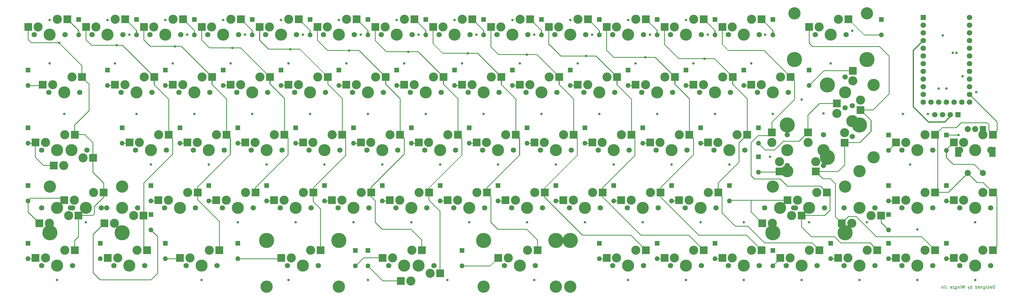
<source format=gbr>
%TF.GenerationSoftware,KiCad,Pcbnew,(6.0.1)*%
%TF.CreationDate,2022-05-17T01:17:27-04:00*%
%TF.ProjectId,GanJing 65 rev 2 hotswap exposed traces,47616e4a-696e-4672-9036-352072657620,2*%
%TF.SameCoordinates,Original*%
%TF.FileFunction,Soldermask,Bot*%
%TF.FilePolarity,Negative*%
%FSLAX46Y46*%
G04 Gerber Fmt 4.6, Leading zero omitted, Abs format (unit mm)*
G04 Created by KiCad (PCBNEW (6.0.1)) date 2022-05-17 01:17:27*
%MOMM*%
%LPD*%
G01*
G04 APERTURE LIST*
%ADD10C,0.150000*%
%ADD11R,1.800000X1.800000*%
%ADD12C,1.800000*%
%ADD13R,1.600000X1.600000*%
%ADD14O,1.600000X1.600000*%
%ADD15C,3.987800*%
%ADD16C,1.750000*%
%ADD17C,3.000000*%
%ADD18R,2.550000X2.500000*%
%ADD19C,5.000000*%
%ADD20C,4.050000*%
%ADD21R,2.500000X2.550000*%
%ADD22R,2.000000X3.200000*%
%ADD23R,2.000000X2.000000*%
%ADD24C,2.000000*%
%ADD25C,2.250000*%
%ADD26C,0.800000*%
G04 APERTURE END LIST*
D10*
X370664285Y-188571130D02*
X370664285Y-187571130D01*
X370426190Y-187571130D01*
X370283333Y-187618750D01*
X370188095Y-187713988D01*
X370140476Y-187809226D01*
X370092857Y-187999702D01*
X370092857Y-188142559D01*
X370140476Y-188333035D01*
X370188095Y-188428273D01*
X370283333Y-188523511D01*
X370426190Y-188571130D01*
X370664285Y-188571130D01*
X369283333Y-188523511D02*
X369378571Y-188571130D01*
X369569047Y-188571130D01*
X369664285Y-188523511D01*
X369711904Y-188428273D01*
X369711904Y-188047321D01*
X369664285Y-187952083D01*
X369569047Y-187904464D01*
X369378571Y-187904464D01*
X369283333Y-187952083D01*
X369235714Y-188047321D01*
X369235714Y-188142559D01*
X369711904Y-188237797D01*
X368854761Y-188523511D02*
X368759523Y-188571130D01*
X368569047Y-188571130D01*
X368473809Y-188523511D01*
X368426190Y-188428273D01*
X368426190Y-188380654D01*
X368473809Y-188285416D01*
X368569047Y-188237797D01*
X368711904Y-188237797D01*
X368807142Y-188190178D01*
X368854761Y-188094940D01*
X368854761Y-188047321D01*
X368807142Y-187952083D01*
X368711904Y-187904464D01*
X368569047Y-187904464D01*
X368473809Y-187952083D01*
X367997619Y-188571130D02*
X367997619Y-187904464D01*
X367997619Y-187571130D02*
X368045238Y-187618750D01*
X367997619Y-187666369D01*
X367950000Y-187618750D01*
X367997619Y-187571130D01*
X367997619Y-187666369D01*
X367092857Y-187904464D02*
X367092857Y-188713988D01*
X367140476Y-188809226D01*
X367188095Y-188856845D01*
X367283333Y-188904464D01*
X367426190Y-188904464D01*
X367521428Y-188856845D01*
X367092857Y-188523511D02*
X367188095Y-188571130D01*
X367378571Y-188571130D01*
X367473809Y-188523511D01*
X367521428Y-188475892D01*
X367569047Y-188380654D01*
X367569047Y-188094940D01*
X367521428Y-187999702D01*
X367473809Y-187952083D01*
X367378571Y-187904464D01*
X367188095Y-187904464D01*
X367092857Y-187952083D01*
X366616666Y-187904464D02*
X366616666Y-188571130D01*
X366616666Y-187999702D02*
X366569047Y-187952083D01*
X366473809Y-187904464D01*
X366330952Y-187904464D01*
X366235714Y-187952083D01*
X366188095Y-188047321D01*
X366188095Y-188571130D01*
X365330952Y-188523511D02*
X365426190Y-188571130D01*
X365616666Y-188571130D01*
X365711904Y-188523511D01*
X365759523Y-188428273D01*
X365759523Y-188047321D01*
X365711904Y-187952083D01*
X365616666Y-187904464D01*
X365426190Y-187904464D01*
X365330952Y-187952083D01*
X365283333Y-188047321D01*
X365283333Y-188142559D01*
X365759523Y-188237797D01*
X364426190Y-188571130D02*
X364426190Y-187571130D01*
X364426190Y-188523511D02*
X364521428Y-188571130D01*
X364711904Y-188571130D01*
X364807142Y-188523511D01*
X364854761Y-188475892D01*
X364902380Y-188380654D01*
X364902380Y-188094940D01*
X364854761Y-187999702D01*
X364807142Y-187952083D01*
X364711904Y-187904464D01*
X364521428Y-187904464D01*
X364426190Y-187952083D01*
X363188095Y-188571130D02*
X363188095Y-187571130D01*
X363188095Y-187952083D02*
X363092857Y-187904464D01*
X362902380Y-187904464D01*
X362807142Y-187952083D01*
X362759523Y-187999702D01*
X362711904Y-188094940D01*
X362711904Y-188380654D01*
X362759523Y-188475892D01*
X362807142Y-188523511D01*
X362902380Y-188571130D01*
X363092857Y-188571130D01*
X363188095Y-188523511D01*
X362378571Y-187904464D02*
X362140476Y-188571130D01*
X361902380Y-187904464D02*
X362140476Y-188571130D01*
X362235714Y-188809226D01*
X362283333Y-188856845D01*
X362378571Y-188904464D01*
X360759523Y-188571130D02*
X360759523Y-187571130D01*
X360426190Y-188285416D01*
X360092857Y-187571130D01*
X360092857Y-188571130D01*
X359616666Y-188571130D02*
X359616666Y-187904464D01*
X359616666Y-187571130D02*
X359664285Y-187618750D01*
X359616666Y-187666369D01*
X359569047Y-187618750D01*
X359616666Y-187571130D01*
X359616666Y-187666369D01*
X359140476Y-187904464D02*
X359140476Y-188571130D01*
X359140476Y-187999702D02*
X359092857Y-187952083D01*
X358997619Y-187904464D01*
X358854761Y-187904464D01*
X358759523Y-187952083D01*
X358711904Y-188047321D01*
X358711904Y-188571130D01*
X357807142Y-187904464D02*
X357807142Y-188713988D01*
X357854761Y-188809226D01*
X357902380Y-188856845D01*
X357997619Y-188904464D01*
X358140476Y-188904464D01*
X358235714Y-188856845D01*
X357807142Y-188523511D02*
X357902380Y-188571130D01*
X358092857Y-188571130D01*
X358188095Y-188523511D01*
X358235714Y-188475892D01*
X358283333Y-188380654D01*
X358283333Y-188094940D01*
X358235714Y-187999702D01*
X358188095Y-187952083D01*
X358092857Y-187904464D01*
X357902380Y-187904464D01*
X357807142Y-187952083D01*
X357426190Y-187904464D02*
X356902380Y-187904464D01*
X357426190Y-188571130D01*
X356902380Y-188571130D01*
X356140476Y-188523511D02*
X356235714Y-188571130D01*
X356426190Y-188571130D01*
X356521428Y-188523511D01*
X356569047Y-188428273D01*
X356569047Y-188047321D01*
X356521428Y-187952083D01*
X356426190Y-187904464D01*
X356235714Y-187904464D01*
X356140476Y-187952083D01*
X356092857Y-188047321D01*
X356092857Y-188142559D01*
X356569047Y-188237797D01*
X354616666Y-187571130D02*
X354616666Y-188285416D01*
X354664285Y-188428273D01*
X354759523Y-188523511D01*
X354902380Y-188571130D01*
X354997619Y-188571130D01*
X354140476Y-188571130D02*
X354140476Y-187904464D01*
X354140476Y-187571130D02*
X354188095Y-187618750D01*
X354140476Y-187666369D01*
X354092857Y-187618750D01*
X354140476Y-187571130D01*
X354140476Y-187666369D01*
X353664285Y-187904464D02*
X353664285Y-188571130D01*
X353664285Y-187999702D02*
X353616666Y-187952083D01*
X353521428Y-187904464D01*
X353378571Y-187904464D01*
X353283333Y-187952083D01*
X353235714Y-188047321D01*
X353235714Y-188571130D01*
D11*
%TO.C,DS1*%
X358616250Y-131250000D03*
D12*
X356076250Y-131250000D03*
X353536250Y-131250000D03*
X350996250Y-131250000D03*
%TD*%
D13*
%TO.C,D1*%
X69056250Y-99853750D03*
D14*
X69056250Y-104933750D03*
%TD*%
D13*
%TO.C,D2*%
X88106250Y-99853750D03*
D14*
X88106250Y-104933750D03*
%TD*%
D13*
%TO.C,D3*%
X107156250Y-99853750D03*
D14*
X107156250Y-104933750D03*
%TD*%
D13*
%TO.C,D4*%
X126206250Y-99853750D03*
D14*
X126206250Y-104933750D03*
%TD*%
D13*
%TO.C,D5*%
X145256250Y-99853750D03*
D14*
X145256250Y-104933750D03*
%TD*%
D13*
%TO.C,D6*%
X164306250Y-99853750D03*
D14*
X164306250Y-104933750D03*
%TD*%
D13*
%TO.C,D7*%
X183356250Y-99853750D03*
D14*
X183356250Y-104933750D03*
%TD*%
D13*
%TO.C,D8*%
X202406250Y-99853750D03*
D14*
X202406250Y-104933750D03*
%TD*%
D13*
%TO.C,D9*%
X221456250Y-99853750D03*
D14*
X221456250Y-104933750D03*
%TD*%
D13*
%TO.C,D10*%
X240506250Y-99853750D03*
D14*
X240506250Y-104933750D03*
%TD*%
D13*
%TO.C,D11*%
X259556250Y-99853750D03*
D14*
X259556250Y-104933750D03*
%TD*%
D13*
%TO.C,D12*%
X278606250Y-99853750D03*
D14*
X278606250Y-104933750D03*
%TD*%
D13*
%TO.C,D13*%
X297656250Y-99853750D03*
D14*
X297656250Y-104933750D03*
%TD*%
D13*
%TO.C,D14*%
X333375000Y-99853750D03*
D14*
X333375000Y-104933750D03*
%TD*%
D13*
%TO.C,D16*%
X52387500Y-116522500D03*
D14*
X52387500Y-121602500D03*
%TD*%
D13*
%TO.C,D17*%
X78581250Y-116522500D03*
D14*
X78581250Y-121602500D03*
%TD*%
D13*
%TO.C,D18*%
X97631250Y-116522500D03*
D14*
X97631250Y-121602500D03*
%TD*%
D13*
%TO.C,D19*%
X116681250Y-116522500D03*
D14*
X116681250Y-121602500D03*
%TD*%
D13*
%TO.C,D20*%
X135731250Y-116522500D03*
D14*
X135731250Y-121602500D03*
%TD*%
D13*
%TO.C,D21*%
X154781250Y-116522500D03*
D14*
X154781250Y-121602500D03*
%TD*%
D13*
%TO.C,D22*%
X173831250Y-116522500D03*
D14*
X173831250Y-121602500D03*
%TD*%
D13*
%TO.C,D23*%
X192881250Y-116522500D03*
D14*
X192881250Y-121602500D03*
%TD*%
D13*
%TO.C,D24*%
X211931250Y-116522500D03*
D14*
X211931250Y-121602500D03*
%TD*%
D13*
%TO.C,D25*%
X230981250Y-116522500D03*
D14*
X230981250Y-121602500D03*
%TD*%
D13*
%TO.C,D26*%
X250031250Y-116522500D03*
D14*
X250031250Y-121602500D03*
%TD*%
D13*
%TO.C,D27*%
X269081250Y-116522500D03*
D14*
X269081250Y-121602500D03*
%TD*%
D13*
%TO.C,D28*%
X288131250Y-116522500D03*
D14*
X288131250Y-121602500D03*
%TD*%
D13*
%TO.C,D29*%
X309562500Y-116522500D03*
D14*
X309562500Y-121602500D03*
%TD*%
D13*
%TO.C,D30*%
X335756250Y-137953750D03*
D14*
X335756250Y-143033750D03*
%TD*%
D13*
%TO.C,D31*%
X52387500Y-135572500D03*
D14*
X52387500Y-140652500D03*
%TD*%
D13*
%TO.C,D32*%
X83343750Y-135572500D03*
D14*
X83343750Y-140652500D03*
%TD*%
D13*
%TO.C,D33*%
X102393750Y-135572500D03*
D14*
X102393750Y-140652500D03*
%TD*%
D13*
%TO.C,D34*%
X121443750Y-135572500D03*
D14*
X121443750Y-140652500D03*
%TD*%
D13*
%TO.C,D35*%
X140493750Y-135572500D03*
D14*
X140493750Y-140652500D03*
%TD*%
D13*
%TO.C,D36*%
X159543750Y-135572500D03*
D14*
X159543750Y-140652500D03*
%TD*%
D13*
%TO.C,D37*%
X178593750Y-135572500D03*
D14*
X178593750Y-140652500D03*
%TD*%
D13*
%TO.C,D38*%
X197643750Y-135572500D03*
D14*
X197643750Y-140652500D03*
%TD*%
D13*
%TO.C,D39*%
X216693750Y-135572500D03*
D14*
X216693750Y-140652500D03*
%TD*%
D13*
%TO.C,D40*%
X235743750Y-135572500D03*
D14*
X235743750Y-140652500D03*
%TD*%
D13*
%TO.C,D41*%
X254793750Y-135572500D03*
D14*
X254793750Y-140652500D03*
%TD*%
D13*
%TO.C,D42*%
X273843750Y-135572500D03*
D14*
X273843750Y-140652500D03*
%TD*%
D13*
%TO.C,D44*%
X292893750Y-135572500D03*
D14*
X292893750Y-140652500D03*
%TD*%
D13*
%TO.C,D45*%
X335756250Y-154622500D03*
D14*
X335756250Y-159702500D03*
%TD*%
D13*
%TO.C,D46*%
X52387500Y-154622500D03*
D14*
X52387500Y-159702500D03*
%TD*%
D13*
%TO.C,D48*%
X92868750Y-154622500D03*
D14*
X92868750Y-159702500D03*
%TD*%
D13*
%TO.C,D49*%
X111918750Y-154622500D03*
D14*
X111918750Y-159702500D03*
%TD*%
D13*
%TO.C,D50*%
X130968750Y-154622500D03*
D14*
X130968750Y-159702500D03*
%TD*%
D13*
%TO.C,D51*%
X150018750Y-154622500D03*
D14*
X150018750Y-159702500D03*
%TD*%
D13*
%TO.C,D52*%
X169068750Y-154622500D03*
D14*
X169068750Y-159702500D03*
%TD*%
D13*
%TO.C,D53*%
X188118750Y-154622500D03*
D14*
X188118750Y-159702500D03*
%TD*%
D13*
%TO.C,D54*%
X207168750Y-154622500D03*
D14*
X207168750Y-159702500D03*
%TD*%
D13*
%TO.C,D55*%
X226218750Y-154622500D03*
D14*
X226218750Y-159702500D03*
%TD*%
D13*
%TO.C,D57*%
X264318750Y-154622500D03*
D14*
X264318750Y-159702500D03*
%TD*%
D13*
%TO.C,D58*%
X283368750Y-154622500D03*
D14*
X283368750Y-159702500D03*
%TD*%
D13*
%TO.C,D60*%
X354806250Y-154622500D03*
D14*
X354806250Y-159702500D03*
%TD*%
D13*
%TO.C,D61*%
X52387500Y-173672500D03*
D14*
X52387500Y-178752500D03*
%TD*%
D13*
%TO.C,D62*%
X76200000Y-173672500D03*
D14*
X76200000Y-178752500D03*
%TD*%
D13*
%TO.C,D63*%
X97631250Y-173672500D03*
D14*
X97631250Y-178752500D03*
%TD*%
D13*
%TO.C,D66*%
X164306250Y-176053750D03*
D14*
X164306250Y-181133750D03*
%TD*%
D13*
%TO.C,D68*%
X240506250Y-173672500D03*
D14*
X240506250Y-178752500D03*
%TD*%
D13*
%TO.C,D69*%
X259556250Y-173672500D03*
D14*
X259556250Y-178752500D03*
%TD*%
D13*
%TO.C,D70*%
X278606250Y-173672500D03*
D14*
X278606250Y-178752500D03*
%TD*%
D13*
%TO.C,D71*%
X297656250Y-176053750D03*
D14*
X297656250Y-181133750D03*
%TD*%
D13*
%TO.C,D72*%
X316706250Y-173672500D03*
D14*
X316706250Y-178752500D03*
%TD*%
D13*
%TO.C,D74*%
X354806250Y-173672500D03*
D14*
X354806250Y-178752500D03*
%TD*%
D13*
%TO.C,D15*%
X354806250Y-137953750D03*
D14*
X354806250Y-143033750D03*
%TD*%
D15*
%TO.C,MX1*%
X59531250Y-104775000D03*
D16*
X54451250Y-104775000D03*
X64611250Y-104775000D03*
D17*
X62071250Y-99695000D03*
X55721250Y-102235000D03*
D18*
X52446250Y-102235000D03*
X65373250Y-99695000D03*
%TD*%
D15*
%TO.C,MX2*%
X78581250Y-104775000D03*
D16*
X73501250Y-104775000D03*
X83661250Y-104775000D03*
D17*
X81121250Y-99695000D03*
X74771250Y-102235000D03*
D18*
X71496250Y-102235000D03*
X84423250Y-99695000D03*
%TD*%
D16*
%TO.C,MX3*%
X92551250Y-104775000D03*
D15*
X97631250Y-104775000D03*
D17*
X100171250Y-99695000D03*
X93821250Y-102235000D03*
D16*
X102711250Y-104775000D03*
D18*
X90546250Y-102235000D03*
X103473250Y-99695000D03*
%TD*%
D16*
%TO.C,MX4*%
X111601250Y-104775000D03*
D17*
X112871250Y-102235000D03*
D15*
X116681250Y-104775000D03*
D16*
X121761250Y-104775000D03*
D17*
X119221250Y-99695000D03*
D18*
X109596250Y-102235000D03*
X122523250Y-99695000D03*
%TD*%
D16*
%TO.C,MX5*%
X140811250Y-104775000D03*
X130651250Y-104775000D03*
D15*
X135731250Y-104775000D03*
D17*
X138271250Y-99695000D03*
X131921250Y-102235000D03*
D18*
X128646250Y-102235000D03*
X141573250Y-99695000D03*
%TD*%
D16*
%TO.C,MX6*%
X149701250Y-104775000D03*
D17*
X157321250Y-99695000D03*
D15*
X154781250Y-104775000D03*
D17*
X150971250Y-102235000D03*
D16*
X159861250Y-104775000D03*
D18*
X147696250Y-102235000D03*
X160623250Y-99695000D03*
%TD*%
D17*
%TO.C,MX7*%
X170021250Y-102235000D03*
X176371250Y-99695000D03*
D16*
X178911250Y-104775000D03*
D15*
X173831250Y-104775000D03*
D16*
X168751250Y-104775000D03*
D18*
X166746250Y-102235000D03*
X179673250Y-99695000D03*
%TD*%
D17*
%TO.C,MX8*%
X195421250Y-99695000D03*
D16*
X187801250Y-104775000D03*
D17*
X189071250Y-102235000D03*
D16*
X197961250Y-104775000D03*
D15*
X192881250Y-104775000D03*
D18*
X185796250Y-102235000D03*
X198723250Y-99695000D03*
%TD*%
D15*
%TO.C,MX9*%
X211931250Y-104775000D03*
D17*
X208121250Y-102235000D03*
D16*
X206851250Y-104775000D03*
D17*
X214471250Y-99695000D03*
D16*
X217011250Y-104775000D03*
D18*
X204846250Y-102235000D03*
X217773250Y-99695000D03*
%TD*%
D17*
%TO.C,MX10*%
X233521250Y-99695000D03*
D16*
X236061250Y-104775000D03*
D17*
X227171250Y-102235000D03*
D16*
X225901250Y-104775000D03*
D15*
X230981250Y-104775000D03*
D18*
X223896250Y-102235000D03*
X236823250Y-99695000D03*
%TD*%
D17*
%TO.C,MX11*%
X252571250Y-99695000D03*
D16*
X255111250Y-104775000D03*
D17*
X246221250Y-102235000D03*
D16*
X244951250Y-104775000D03*
D15*
X250031250Y-104775000D03*
D18*
X242946250Y-102235000D03*
X255873250Y-99695000D03*
%TD*%
D16*
%TO.C,MX12*%
X274161250Y-104775000D03*
D15*
X269081250Y-104775000D03*
D17*
X271621250Y-99695000D03*
X265271250Y-102235000D03*
D16*
X264001250Y-104775000D03*
D18*
X261996250Y-102235000D03*
X274923250Y-99695000D03*
%TD*%
D17*
%TO.C,MX13*%
X284321250Y-102235000D03*
X290671250Y-99695000D03*
D16*
X293211250Y-104775000D03*
D15*
X288131250Y-104775000D03*
D16*
X283051250Y-104775000D03*
D18*
X281046250Y-102235000D03*
X293973250Y-99695000D03*
%TD*%
D15*
%TO.C,MX14*%
X316706250Y-104775000D03*
D19*
X328606250Y-113015000D03*
D16*
X321786250Y-104775000D03*
D17*
X319246250Y-99695000D03*
D16*
X311626250Y-104775000D03*
D19*
X304806250Y-113015000D03*
D17*
X312896250Y-102235000D03*
D20*
X304806250Y-97775000D03*
X328606250Y-97775000D03*
D18*
X309621250Y-102235000D03*
X322548250Y-99695000D03*
%TD*%
D15*
%TO.C,MX16*%
X64293750Y-123825000D03*
D17*
X66833750Y-118745000D03*
D16*
X59213750Y-123825000D03*
X69373750Y-123825000D03*
D17*
X60483750Y-121285000D03*
D18*
X70135750Y-118745000D03*
X57208750Y-121285000D03*
%TD*%
D17*
%TO.C,MX17*%
X84296250Y-121285000D03*
D16*
X93186250Y-123825000D03*
D17*
X90646250Y-118745000D03*
D15*
X88106250Y-123825000D03*
D16*
X83026250Y-123825000D03*
D18*
X93948250Y-118745000D03*
X81021250Y-121285000D03*
%TD*%
D16*
%TO.C,MX18*%
X102076250Y-123825000D03*
D17*
X103346250Y-121285000D03*
D15*
X107156250Y-123825000D03*
D17*
X109696250Y-118745000D03*
D16*
X112236250Y-123825000D03*
D18*
X112998250Y-118745000D03*
X100071250Y-121285000D03*
%TD*%
D15*
%TO.C,MX19*%
X126206250Y-123825000D03*
D16*
X121126250Y-123825000D03*
X131286250Y-123825000D03*
D17*
X122396250Y-121285000D03*
X128746250Y-118745000D03*
D18*
X132048250Y-118745000D03*
X119121250Y-121285000D03*
%TD*%
D17*
%TO.C,MX20*%
X147796250Y-118745000D03*
X141446250Y-121285000D03*
D16*
X140176250Y-123825000D03*
X150336250Y-123825000D03*
D15*
X145256250Y-123825000D03*
D18*
X151098250Y-118745000D03*
X138171250Y-121285000D03*
%TD*%
D15*
%TO.C,MX21*%
X164306250Y-123825000D03*
D16*
X159226250Y-123825000D03*
D17*
X166846250Y-118745000D03*
D16*
X169386250Y-123825000D03*
D17*
X160496250Y-121285000D03*
D18*
X170148250Y-118745000D03*
X157221250Y-121285000D03*
%TD*%
D16*
%TO.C,MX22*%
X178276250Y-123825000D03*
D17*
X179546250Y-121285000D03*
X185896250Y-118745000D03*
D15*
X183356250Y-123825000D03*
D16*
X188436250Y-123825000D03*
D18*
X189198250Y-118745000D03*
X176271250Y-121285000D03*
%TD*%
D15*
%TO.C,MX23*%
X202406250Y-123825000D03*
D17*
X198596250Y-121285000D03*
D16*
X207486250Y-123825000D03*
X197326250Y-123825000D03*
D17*
X204946250Y-118745000D03*
D18*
X208248250Y-118745000D03*
X195321250Y-121285000D03*
%TD*%
D16*
%TO.C,MX24*%
X226536250Y-123825000D03*
D15*
X221456250Y-123825000D03*
D16*
X216376250Y-123825000D03*
D17*
X217646250Y-121285000D03*
X223996250Y-118745000D03*
D18*
X227298250Y-118745000D03*
X214371250Y-121285000D03*
%TD*%
D17*
%TO.C,MX25*%
X243046250Y-118745000D03*
X236696250Y-121285000D03*
D16*
X245586250Y-123825000D03*
X235426250Y-123825000D03*
D15*
X240506250Y-123825000D03*
D18*
X246348250Y-118745000D03*
X233421250Y-121285000D03*
%TD*%
D16*
%TO.C,MX26*%
X254476250Y-123825000D03*
D17*
X262096250Y-118745000D03*
D16*
X264636250Y-123825000D03*
D15*
X259556250Y-123825000D03*
D17*
X255746250Y-121285000D03*
D18*
X265398250Y-118745000D03*
X252471250Y-121285000D03*
%TD*%
D16*
%TO.C,MX27*%
X273526250Y-123825000D03*
D17*
X281146250Y-118745000D03*
D16*
X283686250Y-123825000D03*
D17*
X274796250Y-121285000D03*
D15*
X278606250Y-123825000D03*
D18*
X284448250Y-118745000D03*
X271521250Y-121285000D03*
%TD*%
D16*
%TO.C,MX28*%
X292576250Y-123825000D03*
D15*
X297656250Y-123825000D03*
D17*
X300196250Y-118745000D03*
X293846250Y-121285000D03*
D16*
X302736250Y-123825000D03*
D18*
X303498250Y-118745000D03*
X290571250Y-121285000D03*
%TD*%
D17*
%TO.C,MX29*%
X324008750Y-120015000D03*
D15*
X321468750Y-123825000D03*
D16*
X321468750Y-128905000D03*
X321468750Y-118745000D03*
D17*
X326548750Y-126365000D03*
D21*
X326548750Y-129667000D03*
X324008750Y-116740000D03*
%TD*%
D16*
%TO.C,MX30*%
X340201250Y-142875000D03*
X350361250Y-142875000D03*
D15*
X345281250Y-142875000D03*
D17*
X347821250Y-137795000D03*
X341471250Y-140335000D03*
D18*
X351123250Y-137795000D03*
X338196250Y-140335000D03*
%TD*%
D16*
%TO.C,MX31*%
X61595000Y-142875000D03*
D17*
X70485000Y-145415000D03*
X64135000Y-147955000D03*
D16*
X71755000Y-142875000D03*
D15*
X66675000Y-142875000D03*
D18*
X73760000Y-145415000D03*
X60833000Y-147955000D03*
%TD*%
D15*
%TO.C,MX32*%
X92868750Y-142875000D03*
D16*
X87788750Y-142875000D03*
D17*
X95408750Y-137795000D03*
D16*
X97948750Y-142875000D03*
D17*
X89058750Y-140335000D03*
D18*
X98710750Y-137795000D03*
X85783750Y-140335000D03*
%TD*%
D17*
%TO.C,MX33*%
X108108750Y-140335000D03*
X114458750Y-137795000D03*
D16*
X106838750Y-142875000D03*
D15*
X111918750Y-142875000D03*
D16*
X116998750Y-142875000D03*
D18*
X117760750Y-137795000D03*
X104833750Y-140335000D03*
%TD*%
D15*
%TO.C,MX34*%
X130968750Y-142875000D03*
D17*
X127158750Y-140335000D03*
D16*
X136048750Y-142875000D03*
X125888750Y-142875000D03*
D17*
X133508750Y-137795000D03*
D18*
X136810750Y-137795000D03*
X123883750Y-140335000D03*
%TD*%
D16*
%TO.C,MX35*%
X155098750Y-142875000D03*
D17*
X152558750Y-137795000D03*
X146208750Y-140335000D03*
D16*
X144938750Y-142875000D03*
D15*
X150018750Y-142875000D03*
D18*
X155860750Y-137795000D03*
X142933750Y-140335000D03*
%TD*%
D15*
%TO.C,MX36*%
X169068750Y-142875000D03*
D17*
X165258750Y-140335000D03*
X171608750Y-137795000D03*
D16*
X174148750Y-142875000D03*
X163988750Y-142875000D03*
D18*
X174910750Y-137795000D03*
X161983750Y-140335000D03*
%TD*%
D17*
%TO.C,MX37*%
X184308750Y-140335000D03*
D15*
X188118750Y-142875000D03*
D17*
X190658750Y-137795000D03*
D16*
X183038750Y-142875000D03*
X193198750Y-142875000D03*
D18*
X193960750Y-137795000D03*
X181033750Y-140335000D03*
%TD*%
D17*
%TO.C,MX38*%
X203358750Y-140335000D03*
D16*
X202088750Y-142875000D03*
D17*
X209708750Y-137795000D03*
D16*
X212248750Y-142875000D03*
D15*
X207168750Y-142875000D03*
D18*
X213010750Y-137795000D03*
X200083750Y-140335000D03*
%TD*%
D15*
%TO.C,MX39*%
X226218750Y-142875000D03*
D17*
X228758750Y-137795000D03*
D16*
X221138750Y-142875000D03*
X231298750Y-142875000D03*
D17*
X222408750Y-140335000D03*
D18*
X232060750Y-137795000D03*
X219133750Y-140335000D03*
%TD*%
D16*
%TO.C,MX40*%
X250348750Y-142875000D03*
D17*
X241458750Y-140335000D03*
D15*
X245268750Y-142875000D03*
D17*
X247808750Y-137795000D03*
D16*
X240188750Y-142875000D03*
D18*
X251110750Y-137795000D03*
X238183750Y-140335000D03*
%TD*%
D16*
%TO.C,MX41*%
X269398750Y-142875000D03*
D17*
X266858750Y-137795000D03*
D15*
X264318750Y-142875000D03*
D17*
X260508750Y-140335000D03*
D16*
X259238750Y-142875000D03*
D18*
X270160750Y-137795000D03*
X257233750Y-140335000D03*
%TD*%
D16*
%TO.C,MX42*%
X278288750Y-142875000D03*
X288448750Y-142875000D03*
D17*
X279558750Y-140335000D03*
X285908750Y-137795000D03*
D15*
X283368750Y-142875000D03*
D18*
X289210750Y-137795000D03*
X276283750Y-140335000D03*
%TD*%
D16*
%TO.C,MX44*%
X314325000Y-137795000D03*
D19*
X326225000Y-134635000D03*
D16*
X314325000Y-147955000D03*
D19*
X302425000Y-134635000D03*
D20*
X326225000Y-149875000D03*
D17*
X311785000Y-146685000D03*
D20*
X302425000Y-149875000D03*
D17*
X309245000Y-140335000D03*
D15*
X314325000Y-142875000D03*
D21*
X311785000Y-149960000D03*
X309245000Y-137033000D03*
%TD*%
D15*
%TO.C,MX45*%
X345281250Y-161925000D03*
D17*
X347821250Y-156845000D03*
X341471250Y-159385000D03*
D16*
X340201250Y-161925000D03*
X350361250Y-161925000D03*
D18*
X351123250Y-156845000D03*
X338196250Y-159385000D03*
%TD*%
D17*
%TO.C,MX46*%
X73977500Y-156845000D03*
D20*
X59537500Y-154925000D03*
D17*
X67627500Y-159385000D03*
D15*
X71437500Y-161925000D03*
D16*
X66357500Y-161925000D03*
D19*
X83337500Y-170165000D03*
D16*
X76517500Y-161925000D03*
D20*
X83337500Y-154925000D03*
D19*
X59537500Y-170165000D03*
D18*
X77279500Y-156845000D03*
X64352500Y-159385000D03*
%TD*%
D15*
%TO.C,MX48*%
X102393750Y-161925000D03*
D17*
X104933750Y-156845000D03*
D16*
X107473750Y-161925000D03*
X97313750Y-161925000D03*
D17*
X98583750Y-159385000D03*
D18*
X108235750Y-156845000D03*
X95308750Y-159385000D03*
%TD*%
D16*
%TO.C,MX49*%
X126523750Y-161925000D03*
D17*
X117633750Y-159385000D03*
D16*
X116363750Y-161925000D03*
D17*
X123983750Y-156845000D03*
D15*
X121443750Y-161925000D03*
D18*
X127285750Y-156845000D03*
X114358750Y-159385000D03*
%TD*%
D16*
%TO.C,MX50*%
X145573750Y-161925000D03*
D17*
X143033750Y-156845000D03*
D16*
X135413750Y-161925000D03*
D15*
X140493750Y-161925000D03*
D17*
X136683750Y-159385000D03*
D18*
X146335750Y-156845000D03*
X133408750Y-159385000D03*
%TD*%
D17*
%TO.C,MX51*%
X155733750Y-159385000D03*
D16*
X154463750Y-161925000D03*
D17*
X162083750Y-156845000D03*
D15*
X159543750Y-161925000D03*
D16*
X164623750Y-161925000D03*
D18*
X165385750Y-156845000D03*
X152458750Y-159385000D03*
%TD*%
D17*
%TO.C,MX52*%
X174783750Y-159385000D03*
D15*
X178593750Y-161925000D03*
D16*
X173513750Y-161925000D03*
D17*
X181133750Y-156845000D03*
D16*
X183673750Y-161925000D03*
D18*
X184435750Y-156845000D03*
X171508750Y-159385000D03*
%TD*%
D16*
%TO.C,MX53*%
X192563750Y-161925000D03*
D17*
X200183750Y-156845000D03*
D15*
X197643750Y-161925000D03*
D17*
X193833750Y-159385000D03*
D16*
X202723750Y-161925000D03*
D18*
X203485750Y-156845000D03*
X190558750Y-159385000D03*
%TD*%
D16*
%TO.C,MX54*%
X221773750Y-161925000D03*
D17*
X219233750Y-156845000D03*
D16*
X211613750Y-161925000D03*
D17*
X212883750Y-159385000D03*
D15*
X216693750Y-161925000D03*
D18*
X222535750Y-156845000D03*
X209608750Y-159385000D03*
%TD*%
D15*
%TO.C,MX55*%
X235743750Y-161925000D03*
D17*
X231933750Y-159385000D03*
D16*
X240823750Y-161925000D03*
D17*
X238283750Y-156845000D03*
D16*
X230663750Y-161925000D03*
D18*
X241585750Y-156845000D03*
X228658750Y-159385000D03*
%TD*%
D17*
%TO.C,MX56*%
X257333750Y-156845000D03*
D15*
X254793750Y-161925000D03*
D17*
X250983750Y-159385000D03*
D16*
X249713750Y-161925000D03*
X259873750Y-161925000D03*
D18*
X260635750Y-156845000D03*
X247708750Y-159385000D03*
%TD*%
D16*
%TO.C,MX57*%
X278923750Y-161925000D03*
D15*
X273843750Y-161925000D03*
D16*
X268763750Y-161925000D03*
D17*
X270033750Y-159385000D03*
X276383750Y-156845000D03*
D18*
X279685750Y-156845000D03*
X266758750Y-159385000D03*
%TD*%
D16*
%TO.C,MX58*%
X314642500Y-161925000D03*
X304482500Y-161925000D03*
D17*
X305752500Y-159385000D03*
D19*
X321462500Y-170165000D03*
X297662500Y-170165000D03*
D20*
X321462500Y-154925000D03*
D17*
X312102500Y-156845000D03*
D15*
X309562500Y-161925000D03*
D20*
X297662500Y-154925000D03*
D18*
X315404500Y-156845000D03*
X302477500Y-159385000D03*
%TD*%
D16*
%TO.C,MX60*%
X369411250Y-161925000D03*
D15*
X364331250Y-161925000D03*
D17*
X360521250Y-159385000D03*
D16*
X359251250Y-161925000D03*
D17*
X366871250Y-156845000D03*
D18*
X370173250Y-156845000D03*
X357246250Y-159385000D03*
%TD*%
D17*
%TO.C,MX61*%
X58102500Y-178435000D03*
D16*
X66992500Y-180975000D03*
D15*
X61912500Y-180975000D03*
D16*
X56832500Y-180975000D03*
D17*
X64452500Y-175895000D03*
D18*
X67754500Y-175895000D03*
X54827500Y-178435000D03*
%TD*%
D17*
%TO.C,MX62*%
X81915000Y-178435000D03*
D16*
X90805000Y-180975000D03*
X80645000Y-180975000D03*
D15*
X85725000Y-180975000D03*
D17*
X88265000Y-175895000D03*
D18*
X91567000Y-175895000D03*
X78640000Y-178435000D03*
%TD*%
D16*
%TO.C,MX63*%
X104457500Y-180975000D03*
D17*
X112077500Y-175895000D03*
X105727500Y-178435000D03*
D15*
X109537500Y-180975000D03*
D16*
X114617500Y-180975000D03*
D18*
X115379500Y-175895000D03*
X102452500Y-178435000D03*
%TD*%
D17*
%TO.C,MX68*%
X246221250Y-178435000D03*
D16*
X244951250Y-180975000D03*
D15*
X250031250Y-180975000D03*
D16*
X255111250Y-180975000D03*
D17*
X252571250Y-175895000D03*
D18*
X255873250Y-175895000D03*
X242946250Y-178435000D03*
%TD*%
D16*
%TO.C,MX69*%
X274161250Y-180975000D03*
D15*
X269081250Y-180975000D03*
D17*
X265271250Y-178435000D03*
D16*
X264001250Y-180975000D03*
D17*
X271621250Y-175895000D03*
D18*
X274923250Y-175895000D03*
X261996250Y-178435000D03*
%TD*%
D17*
%TO.C,MX70*%
X290671250Y-175895000D03*
X284321250Y-178435000D03*
D16*
X283051250Y-180975000D03*
X293211250Y-180975000D03*
D15*
X288131250Y-180975000D03*
D18*
X293973250Y-175895000D03*
X281046250Y-178435000D03*
%TD*%
D16*
%TO.C,MX71*%
X312261250Y-180975000D03*
D17*
X309721250Y-175895000D03*
D16*
X302101250Y-180975000D03*
D17*
X303371250Y-178435000D03*
D15*
X307181250Y-180975000D03*
D18*
X313023250Y-175895000D03*
X300096250Y-178435000D03*
%TD*%
D16*
%TO.C,MX72*%
X331311250Y-180975000D03*
D15*
X326231250Y-180975000D03*
D16*
X321151250Y-180975000D03*
D17*
X322421250Y-178435000D03*
X328771250Y-175895000D03*
D18*
X332073250Y-175895000D03*
X319146250Y-178435000D03*
%TD*%
D15*
%TO.C,MX73*%
X345281250Y-180975000D03*
D16*
X350361250Y-180975000D03*
X340201250Y-180975000D03*
D17*
X347821250Y-175895000D03*
X341471250Y-178435000D03*
D18*
X351123250Y-175895000D03*
X338196250Y-178435000D03*
%TD*%
D17*
%TO.C,MX74*%
X360521250Y-178435000D03*
X366871250Y-175895000D03*
D16*
X359251250Y-180975000D03*
X369411250Y-180975000D03*
D15*
X364331250Y-180975000D03*
D18*
X370173250Y-175895000D03*
X357246250Y-178435000D03*
%TD*%
D11*
%TO.C,U1*%
X347186250Y-99130000D03*
D12*
X347186250Y-101670000D03*
X347186250Y-104210000D03*
X347186250Y-106750000D03*
X347186250Y-109290000D03*
X347186250Y-111830000D03*
X347186250Y-114370000D03*
X347186250Y-116910000D03*
X347186250Y-119450000D03*
X347186250Y-121990000D03*
X347186250Y-124530000D03*
X347186250Y-127070000D03*
X362426250Y-127070000D03*
X362426250Y-124530000D03*
X362426250Y-121990000D03*
X362426250Y-119450000D03*
X362426250Y-116910000D03*
X362426250Y-114370000D03*
X362426250Y-111830000D03*
X362426250Y-109290000D03*
X362426250Y-106750000D03*
X362426250Y-104210000D03*
X362426250Y-101670000D03*
X362426250Y-99130000D03*
X349726250Y-127070000D03*
X352266250Y-127070000D03*
X354806250Y-127070000D03*
X357346250Y-127070000D03*
X359886250Y-127070000D03*
%TD*%
D13*
%TO.C,D56*%
X245268750Y-154622500D03*
D14*
X245268750Y-159702500D03*
%TD*%
D22*
%TO.C,SW1*%
X358731250Y-143475000D03*
X369931250Y-143475000D03*
D23*
X366831250Y-135975000D03*
D24*
X361831250Y-135975000D03*
X364331250Y-135975000D03*
X361831250Y-150475000D03*
X366831250Y-150475000D03*
%TD*%
D17*
%TO.C,MX66*%
X178435000Y-186055000D03*
D19*
X230974900Y-172720000D03*
D16*
X186055000Y-180975000D03*
D15*
X180975000Y-180975000D03*
D16*
X175895000Y-180975000D03*
D20*
X230974900Y-187960000D03*
X130975100Y-187960000D03*
D17*
X184785000Y-183515000D03*
D19*
X130975100Y-172720000D03*
D18*
X188060000Y-183515000D03*
X175133000Y-186055000D03*
%TD*%
D15*
%TO.C,MX65*%
X176212500Y-180975000D03*
D16*
X171132500Y-180975000D03*
D17*
X178752500Y-175895000D03*
D16*
X181292500Y-180975000D03*
D17*
X172402500Y-178435000D03*
D18*
X182054500Y-175895000D03*
X169127500Y-178435000D03*
%TD*%
D13*
%TO.C,D73*%
X335756250Y-173672500D03*
D14*
X335756250Y-178752500D03*
%TD*%
D13*
%TO.C,D43*%
X292893750Y-145097500D03*
D14*
X292893750Y-150177500D03*
%TD*%
D15*
%TO.C,MX15*%
X364331250Y-142875000D03*
D25*
X359251250Y-142875000D03*
D17*
X366871250Y-137795000D03*
D25*
X369411250Y-142875000D03*
D17*
X360521250Y-140335000D03*
D18*
X370173250Y-137795000D03*
X357246250Y-140335000D03*
%TD*%
D13*
%TO.C,D59*%
X335756250Y-164147500D03*
D14*
X335756250Y-169227500D03*
%TD*%
D13*
%TO.C,D67*%
X195262500Y-176053750D03*
D14*
X195262500Y-181133750D03*
%TD*%
D16*
%TO.C,MX77*%
X66992500Y-161925000D03*
D17*
X59372500Y-167005000D03*
X65722500Y-164465000D03*
D15*
X61912500Y-161925000D03*
D16*
X56832500Y-161925000D03*
D18*
X68997500Y-164465000D03*
X56070500Y-167005000D03*
%TD*%
D17*
%TO.C,MX76*%
X318770000Y-130810000D03*
D16*
X323850000Y-138430000D03*
D17*
X321310000Y-137160000D03*
D19*
X315595000Y-121412000D03*
D15*
X323850000Y-133350000D03*
D16*
X323850000Y-128270000D03*
D19*
X315595000Y-145288000D03*
D20*
X330835000Y-145288000D03*
X330835000Y-121412000D03*
D21*
X321310000Y-140435000D03*
X318770000Y-127508000D03*
%TD*%
D16*
%TO.C,MX75*%
X66992500Y-142875000D03*
X56832500Y-142875000D03*
D17*
X64452500Y-137795000D03*
X58102500Y-140335000D03*
D15*
X61912500Y-142875000D03*
D18*
X67754500Y-137795000D03*
X54827500Y-140335000D03*
%TD*%
D15*
%TO.C,MX43*%
X302418750Y-142875000D03*
D16*
X302418750Y-147955000D03*
D17*
X299878750Y-146685000D03*
D16*
X302418750Y-137795000D03*
D17*
X297338750Y-140335000D03*
D21*
X297338750Y-137033000D03*
X299878750Y-149960000D03*
%TD*%
D17*
%TO.C,MX64*%
X145415000Y-175895000D03*
D16*
X137795000Y-180975000D03*
X147955000Y-180975000D03*
D19*
X130975000Y-172735000D03*
D17*
X139065000Y-178435000D03*
D20*
X154775000Y-187975000D03*
D19*
X154775000Y-172735000D03*
D20*
X130975000Y-187975000D03*
D15*
X142875000Y-180975000D03*
D18*
X148717000Y-175895000D03*
X135790000Y-178435000D03*
%TD*%
D16*
%TO.C,MX47*%
X88423750Y-161925000D03*
X78263750Y-161925000D03*
D15*
X83343750Y-161925000D03*
D17*
X87153750Y-164465000D03*
X80803750Y-167005000D03*
D18*
X90428750Y-164465000D03*
X77501750Y-167005000D03*
%TD*%
D17*
%TO.C,MX78*%
X303847500Y-164465000D03*
D16*
X294957500Y-161925000D03*
D15*
X300037500Y-161925000D03*
D17*
X297497500Y-167005000D03*
D16*
X305117500Y-161925000D03*
D18*
X307122500Y-164465000D03*
X294195500Y-167005000D03*
%TD*%
D13*
%TO.C,D47*%
X92868750Y-164147500D03*
D14*
X92868750Y-169227500D03*
%TD*%
D13*
%TO.C,D64*%
X121443750Y-173672500D03*
D14*
X121443750Y-178752500D03*
%TD*%
D19*
%TO.C,MX67*%
X226212500Y-172735000D03*
D20*
X202412500Y-187975000D03*
X226212500Y-187975000D03*
D16*
X219392500Y-180975000D03*
D17*
X216852500Y-175895000D03*
D16*
X209232500Y-180975000D03*
D17*
X210502500Y-178435000D03*
D15*
X214312500Y-180975000D03*
D19*
X202412500Y-172735000D03*
D18*
X220154500Y-175895000D03*
X207227500Y-178435000D03*
%TD*%
D13*
%TO.C,D65*%
X160200000Y-176053750D03*
D14*
X160200000Y-181133750D03*
%TD*%
D16*
%TO.C,MX59*%
X331311250Y-161925000D03*
X321151250Y-161925000D03*
D17*
X323691250Y-167005000D03*
X330041250Y-164465000D03*
D15*
X326231250Y-161925000D03*
D18*
X320389250Y-167005000D03*
X333316250Y-164465000D03*
%TD*%
D26*
X358800000Y-137900000D03*
X190500000Y-185737500D03*
X164306250Y-185737500D03*
X219075000Y-185737500D03*
X221456250Y-130968750D03*
X290512500Y-114300000D03*
X273843750Y-166687500D03*
X250031250Y-185737500D03*
X235743750Y-166687500D03*
X140493750Y-166687500D03*
X345281250Y-169068750D03*
X233362500Y-114300000D03*
X250031250Y-100012500D03*
X159543750Y-166687500D03*
X296700000Y-145100000D03*
X164306250Y-130968750D03*
X119062500Y-114300000D03*
X80962500Y-114300000D03*
X211931250Y-100012500D03*
X307181250Y-185737500D03*
X202406250Y-130968750D03*
X138112500Y-185737500D03*
X176212500Y-114300000D03*
X288131250Y-185737500D03*
X295106250Y-104775000D03*
X104775000Y-104775000D03*
X269081250Y-100012500D03*
X352306250Y-122600000D03*
X178593750Y-166687500D03*
X254793750Y-166687500D03*
X328612500Y-166687500D03*
X314325000Y-130810000D03*
X97631250Y-100012500D03*
X238125000Y-104775000D03*
X200025000Y-104775000D03*
X364331250Y-185737500D03*
X123825000Y-104775000D03*
X364331250Y-166687500D03*
X245268750Y-147637500D03*
X142875000Y-104775000D03*
X340518750Y-130968750D03*
X157162500Y-114300000D03*
X230981250Y-100012500D03*
X71437500Y-166687500D03*
X240506250Y-130968750D03*
X59531250Y-100012500D03*
X116681250Y-100012500D03*
X130968750Y-147637500D03*
X121443750Y-166687500D03*
X192881250Y-100012500D03*
X161925000Y-104775000D03*
X188118750Y-147637500D03*
X85725000Y-104775000D03*
X61912500Y-185737500D03*
X323806250Y-103500000D03*
X276225000Y-104775000D03*
X183356250Y-130968750D03*
X59531250Y-114300000D03*
X345281250Y-185737500D03*
X326231250Y-185737500D03*
X126206250Y-130968750D03*
X216693750Y-166687500D03*
X269081250Y-185737500D03*
X169068750Y-147637500D03*
X257175000Y-104775000D03*
X278606250Y-130968750D03*
X197643750Y-166687500D03*
X78581250Y-100012500D03*
X348706250Y-130968750D03*
X309562500Y-166687500D03*
X107156250Y-130968750D03*
X180975000Y-104775000D03*
X173831250Y-100012500D03*
X342900000Y-147637500D03*
X219075000Y-104775000D03*
X135731250Y-100012500D03*
X207168750Y-147637500D03*
X252412500Y-114300000D03*
X307181250Y-126206250D03*
X283368750Y-147637500D03*
X214312500Y-114300000D03*
X64293750Y-130968750D03*
X360106250Y-118500000D03*
X88106250Y-130968750D03*
X297656250Y-130968750D03*
X264318750Y-147637500D03*
X138112500Y-114300000D03*
X92868750Y-147637500D03*
X100012500Y-114300000D03*
X111918750Y-147637500D03*
X353606250Y-105100000D03*
X150018750Y-147637500D03*
X226218750Y-147637500D03*
X259556250Y-130968750D03*
X288131250Y-166687500D03*
X271462500Y-114300000D03*
X364606250Y-123800000D03*
X145256250Y-130968750D03*
X109537500Y-185737500D03*
X354806250Y-122600000D03*
X316706250Y-114300000D03*
X154781250Y-100012500D03*
X195262500Y-114300000D03*
X62606250Y-107510700D03*
X81606250Y-108300000D03*
X100706250Y-108700000D03*
X119706250Y-109200000D03*
X138706250Y-109600000D03*
X158153750Y-110052500D03*
X177628750Y-110477500D03*
X197153750Y-110952500D03*
X216628750Y-111377500D03*
X236153750Y-111852500D03*
X255628750Y-112277500D03*
X275153750Y-112752500D03*
X356906250Y-110800000D03*
X358106250Y-110800000D03*
G36*
X102012121Y-178640002D02*
G01*
X102058614Y-178693658D01*
X102070000Y-178746000D01*
X102070000Y-178754000D01*
X102049998Y-178822121D01*
X101996342Y-178868614D01*
X101944000Y-178880000D01*
X98036000Y-178880000D01*
X97967879Y-178859998D01*
X97921386Y-178806342D01*
X97910000Y-178754000D01*
X97910000Y-178746000D01*
X97930002Y-178677879D01*
X97983658Y-178631386D01*
X98036000Y-178620000D01*
X101944000Y-178620000D01*
X102012121Y-178640002D01*
G37*
G36*
X347173931Y-106830002D02*
G01*
X347220424Y-106883658D01*
X347230528Y-106953932D01*
X347201034Y-107018512D01*
X347194905Y-107025095D01*
X344122812Y-110097188D01*
X344110000Y-110120650D01*
X344110000Y-128501885D01*
X344117530Y-128527530D01*
X348967188Y-133377188D01*
X348990650Y-133390000D01*
X354211885Y-133390000D01*
X354237530Y-133382470D01*
X355937188Y-131682812D01*
X355950000Y-131659350D01*
X355950000Y-131552190D01*
X355970002Y-131484069D01*
X355986905Y-131463095D01*
X356264905Y-131185095D01*
X356327217Y-131151069D01*
X356398032Y-131156134D01*
X356454868Y-131198681D01*
X356479679Y-131265201D01*
X356480000Y-131274190D01*
X356480000Y-131657810D01*
X356459998Y-131725931D01*
X356443095Y-131746905D01*
X354416905Y-133773095D01*
X354354593Y-133807121D01*
X354327810Y-133810000D01*
X348882190Y-133810000D01*
X348814069Y-133789998D01*
X348793095Y-133773095D01*
X343736905Y-128716905D01*
X343702879Y-128654593D01*
X343700000Y-128627810D01*
X343700000Y-110002190D01*
X343720002Y-109934069D01*
X343736905Y-109913095D01*
X346803095Y-106846905D01*
X346865407Y-106812879D01*
X346892190Y-106810000D01*
X347105810Y-106810000D01*
X347173931Y-106830002D01*
G37*
G36*
X358812121Y-137840002D02*
G01*
X358858614Y-137893658D01*
X358870000Y-137946000D01*
X358870000Y-137954000D01*
X358849998Y-138022121D01*
X358796342Y-138068614D01*
X358744000Y-138080000D01*
X355126000Y-138080000D01*
X355057879Y-138059998D01*
X355011386Y-138006342D01*
X355000000Y-137954000D01*
X355000000Y-137946000D01*
X355020002Y-137877879D01*
X355073658Y-137831386D01*
X355126000Y-137820000D01*
X358744000Y-137820000D01*
X358812121Y-137840002D01*
G37*
G36*
X70635931Y-119070002D02*
G01*
X70656905Y-119086905D01*
X72613095Y-121043095D01*
X72647121Y-121105407D01*
X72650000Y-121132190D01*
X72650000Y-129887810D01*
X72629998Y-129955931D01*
X72613095Y-129976905D01*
X67892812Y-134697188D01*
X67880000Y-134720650D01*
X67880000Y-136974000D01*
X67859998Y-137042121D01*
X67806342Y-137088614D01*
X67754000Y-137100000D01*
X67746000Y-137100000D01*
X67677879Y-137079998D01*
X67631386Y-137026342D01*
X67620000Y-136974000D01*
X67620000Y-134652190D01*
X67640002Y-134584069D01*
X67656905Y-134563095D01*
X72377188Y-129842812D01*
X72390000Y-129819350D01*
X72390000Y-121198115D01*
X72382470Y-121172470D01*
X70475095Y-119265095D01*
X70441069Y-119202783D01*
X70446134Y-119131968D01*
X70488681Y-119075132D01*
X70555201Y-119050321D01*
X70564190Y-119050000D01*
X70567810Y-119050000D01*
X70635931Y-119070002D01*
G37*
G36*
X69072121Y-164980002D02*
G01*
X69118614Y-165033658D01*
X69130000Y-165086000D01*
X69130000Y-171507810D01*
X69109998Y-171575931D01*
X69093095Y-171596905D01*
X67892812Y-172797188D01*
X67880000Y-172820650D01*
X67880000Y-175644000D01*
X67859998Y-175712121D01*
X67806342Y-175758614D01*
X67754000Y-175770000D01*
X67746000Y-175770000D01*
X67677879Y-175749998D01*
X67631386Y-175696342D01*
X67620000Y-175644000D01*
X67620000Y-172742488D01*
X67640002Y-172674367D01*
X67657263Y-172653035D01*
X68857138Y-171462759D01*
X68870000Y-171439427D01*
X68870000Y-165086000D01*
X68890002Y-165017879D01*
X68943658Y-164971386D01*
X68996000Y-164960000D01*
X69004000Y-164960000D01*
X69072121Y-164980002D01*
G37*
G36*
X289912121Y-121490002D02*
G01*
X289958614Y-121543658D01*
X289970000Y-121596000D01*
X289970000Y-121604000D01*
X289949998Y-121672121D01*
X289896342Y-121718614D01*
X289844000Y-121730000D01*
X288376000Y-121730000D01*
X288307879Y-121709998D01*
X288261386Y-121656342D01*
X288250000Y-121604000D01*
X288250000Y-121596000D01*
X288270002Y-121527879D01*
X288323658Y-121481386D01*
X288376000Y-121470000D01*
X289844000Y-121470000D01*
X289912121Y-121490002D01*
G37*
G36*
X99412121Y-121490002D02*
G01*
X99458614Y-121543658D01*
X99470000Y-121596000D01*
X99470000Y-121604000D01*
X99449998Y-121672121D01*
X99396342Y-121718614D01*
X99344000Y-121730000D01*
X97876000Y-121730000D01*
X97807879Y-121709998D01*
X97761386Y-121656342D01*
X97750000Y-121604000D01*
X97750000Y-121596000D01*
X97770002Y-121527879D01*
X97823658Y-121481386D01*
X97876000Y-121470000D01*
X99344000Y-121470000D01*
X99412121Y-121490002D01*
G37*
G36*
X275622121Y-140540002D02*
G01*
X275668614Y-140593658D01*
X275680000Y-140646000D01*
X275680000Y-140654000D01*
X275659998Y-140722121D01*
X275606342Y-140768614D01*
X275554000Y-140780000D01*
X274086000Y-140780000D01*
X274017879Y-140759998D01*
X273971386Y-140706342D01*
X273960000Y-140654000D01*
X273960000Y-140646000D01*
X273980002Y-140577879D01*
X274033658Y-140531386D01*
X274086000Y-140520000D01*
X275554000Y-140520000D01*
X275622121Y-140540002D01*
G37*
G36*
X118462121Y-121490002D02*
G01*
X118508614Y-121543658D01*
X118520000Y-121596000D01*
X118520000Y-121604000D01*
X118499998Y-121672121D01*
X118446342Y-121718614D01*
X118394000Y-121730000D01*
X116926000Y-121730000D01*
X116857879Y-121709998D01*
X116811386Y-121656342D01*
X116800000Y-121604000D01*
X116800000Y-121596000D01*
X116820002Y-121527879D01*
X116873658Y-121481386D01*
X116926000Y-121470000D01*
X118394000Y-121470000D01*
X118462121Y-121490002D01*
G37*
G36*
X90622121Y-102540002D02*
G01*
X90668614Y-102593658D01*
X90680000Y-102646000D01*
X90680000Y-106481885D01*
X90687530Y-106507530D01*
X92737188Y-108557188D01*
X92760650Y-108570000D01*
X102957810Y-108570000D01*
X103025931Y-108590002D01*
X103046905Y-108606905D01*
X113093095Y-118653095D01*
X113127121Y-118715407D01*
X113130000Y-118742190D01*
X113130000Y-121171885D01*
X113137530Y-121197530D01*
X117853095Y-125913095D01*
X117887121Y-125975407D01*
X117890000Y-126002190D01*
X117890000Y-137721885D01*
X117897530Y-137747530D01*
X119103095Y-138953095D01*
X119137121Y-139015407D01*
X119140000Y-139042190D01*
X119140000Y-144297810D01*
X119119998Y-144365931D01*
X119103095Y-144386905D01*
X108382812Y-155107188D01*
X108370000Y-155130650D01*
X108370000Y-159161885D01*
X108377530Y-159187530D01*
X115473095Y-166283095D01*
X115507121Y-166345407D01*
X115510000Y-166372190D01*
X115510000Y-175874000D01*
X115489998Y-175942121D01*
X115436342Y-175988614D01*
X115384000Y-176000000D01*
X115376000Y-176000000D01*
X115307879Y-175979998D01*
X115261386Y-175926342D01*
X115250000Y-175874000D01*
X115250000Y-166448115D01*
X115242470Y-166422470D01*
X108146905Y-159326905D01*
X108112879Y-159264593D01*
X108110000Y-159237810D01*
X108110000Y-155062190D01*
X108130002Y-154994069D01*
X108146905Y-154973095D01*
X118867188Y-144252812D01*
X118880000Y-144229350D01*
X118880000Y-139118115D01*
X118872470Y-139092470D01*
X117666905Y-137886905D01*
X117632879Y-137824593D01*
X117630000Y-137797810D01*
X117630000Y-126078115D01*
X117622470Y-126052470D01*
X112906905Y-121336905D01*
X112872879Y-121274593D01*
X112870000Y-121247810D01*
X112870000Y-118818115D01*
X112862470Y-118792470D01*
X102912812Y-108842812D01*
X102889350Y-108830000D01*
X92702190Y-108830000D01*
X92634069Y-108809998D01*
X92613095Y-108793095D01*
X90456905Y-106636905D01*
X90422879Y-106574593D01*
X90420000Y-106547810D01*
X90420000Y-102646000D01*
X90440002Y-102577879D01*
X90493658Y-102531386D01*
X90546000Y-102520000D01*
X90554000Y-102520000D01*
X90622121Y-102540002D01*
G37*
G36*
X160995931Y-99890002D02*
G01*
X161016905Y-99906905D01*
X164403095Y-103293095D01*
X164437121Y-103355407D01*
X164440000Y-103382190D01*
X164440000Y-104544000D01*
X164419998Y-104612121D01*
X164366342Y-104658614D01*
X164314000Y-104670000D01*
X164306000Y-104670000D01*
X164237879Y-104649998D01*
X164191386Y-104596342D01*
X164180000Y-104544000D01*
X164180000Y-103448115D01*
X164172470Y-103422470D01*
X160835095Y-100085095D01*
X160801069Y-100022783D01*
X160806134Y-99951968D01*
X160848681Y-99895132D01*
X160915201Y-99870321D01*
X160924190Y-99870000D01*
X160927810Y-99870000D01*
X160995931Y-99890002D01*
G37*
G36*
X270862121Y-121490002D02*
G01*
X270908614Y-121543658D01*
X270920000Y-121596000D01*
X270920000Y-121604000D01*
X270899998Y-121672121D01*
X270846342Y-121718614D01*
X270794000Y-121730000D01*
X269326000Y-121730000D01*
X269257879Y-121709998D01*
X269211386Y-121656342D01*
X269200000Y-121604000D01*
X269200000Y-121596000D01*
X269220002Y-121527879D01*
X269273658Y-121481386D01*
X269326000Y-121470000D01*
X270794000Y-121470000D01*
X270862121Y-121490002D01*
G37*
G36*
X218472121Y-140540002D02*
G01*
X218518614Y-140593658D01*
X218530000Y-140646000D01*
X218530000Y-140654000D01*
X218509998Y-140722121D01*
X218456342Y-140768614D01*
X218404000Y-140780000D01*
X216936000Y-140780000D01*
X216867879Y-140759998D01*
X216821386Y-140706342D01*
X216810000Y-140654000D01*
X216810000Y-140646000D01*
X216830002Y-140577879D01*
X216883658Y-140531386D01*
X216936000Y-140520000D01*
X218404000Y-140520000D01*
X218472121Y-140540002D01*
G37*
G36*
X194662121Y-121490002D02*
G01*
X194708614Y-121543658D01*
X194720000Y-121596000D01*
X194720000Y-121604000D01*
X194699998Y-121672121D01*
X194646342Y-121718614D01*
X194594000Y-121730000D01*
X193126000Y-121730000D01*
X193057879Y-121709998D01*
X193011386Y-121656342D01*
X193000000Y-121604000D01*
X193000000Y-121596000D01*
X193020002Y-121527879D01*
X193073658Y-121481386D01*
X193126000Y-121470000D01*
X194594000Y-121470000D01*
X194662121Y-121490002D01*
G37*
G36*
X368365931Y-133790002D02*
G01*
X368386905Y-133806905D01*
X368893095Y-134313095D01*
X368927121Y-134375407D01*
X368930000Y-134402190D01*
X368930000Y-136351885D01*
X368937530Y-136377530D01*
X369754905Y-137194905D01*
X369788931Y-137257217D01*
X369783866Y-137328032D01*
X369741319Y-137384868D01*
X369674799Y-137409679D01*
X369665810Y-137410000D01*
X369652190Y-137410000D01*
X369584069Y-137389998D01*
X369563095Y-137373095D01*
X368706905Y-136516905D01*
X368672879Y-136454593D01*
X368670000Y-136427810D01*
X368670000Y-134468115D01*
X368662470Y-134442470D01*
X368262812Y-134042812D01*
X368239350Y-134030000D01*
X359708115Y-134030000D01*
X359682470Y-134037530D01*
X358106905Y-135613095D01*
X358044593Y-135647121D01*
X358017810Y-135650000D01*
X353468115Y-135650000D01*
X353442470Y-135657530D01*
X351379095Y-137720905D01*
X351316783Y-137754931D01*
X351245968Y-137749866D01*
X351200905Y-137720905D01*
X351199095Y-137719095D01*
X351165069Y-137656783D01*
X351170134Y-137585968D01*
X351199095Y-137540905D01*
X353313095Y-135426905D01*
X353375407Y-135392879D01*
X353402190Y-135390000D01*
X357951885Y-135390000D01*
X357977530Y-135382470D01*
X359553095Y-133806905D01*
X359615407Y-133772879D01*
X359642190Y-133770000D01*
X368297810Y-133770000D01*
X368365931Y-133790002D01*
G37*
G36*
X223972121Y-102670002D02*
G01*
X224018614Y-102723658D01*
X224030000Y-102776000D01*
X224030000Y-107831885D01*
X224037530Y-107857530D01*
X227887188Y-111707188D01*
X227910650Y-111720000D01*
X239457810Y-111720000D01*
X239525931Y-111740002D01*
X239546905Y-111756905D01*
X246443095Y-118653095D01*
X246477121Y-118715407D01*
X246480000Y-118742190D01*
X246480000Y-121271885D01*
X246487530Y-121297530D01*
X251203095Y-126013095D01*
X251237121Y-126075407D01*
X251240000Y-126102190D01*
X251240000Y-137481885D01*
X251247530Y-137507530D01*
X252353095Y-138613095D01*
X252387121Y-138675407D01*
X252390000Y-138702190D01*
X252390000Y-144667810D01*
X252369998Y-144735931D01*
X252353095Y-144756905D01*
X241732812Y-155377188D01*
X241720000Y-155400650D01*
X241720000Y-158261885D01*
X241727530Y-158287530D01*
X254297188Y-170857188D01*
X254320650Y-170870000D01*
X270027810Y-170870000D01*
X270095931Y-170890002D01*
X270116905Y-170906905D01*
X274630905Y-175420905D01*
X274664931Y-175483217D01*
X274659866Y-175554032D01*
X274630905Y-175599095D01*
X274629095Y-175600905D01*
X274566783Y-175634931D01*
X274495968Y-175629866D01*
X274450905Y-175600905D01*
X269992812Y-171142812D01*
X269969350Y-171130000D01*
X254252190Y-171130000D01*
X254184069Y-171109998D01*
X254163095Y-171093095D01*
X241486905Y-158416905D01*
X241452879Y-158354593D01*
X241450000Y-158327810D01*
X241450000Y-155352190D01*
X241470002Y-155284069D01*
X241486905Y-155263095D01*
X252117188Y-144632812D01*
X252130000Y-144609350D01*
X252130000Y-139038115D01*
X252122470Y-139012470D01*
X251016905Y-137906905D01*
X250982879Y-137844593D01*
X250980000Y-137817810D01*
X250980000Y-126178115D01*
X250972470Y-126152470D01*
X246256905Y-121436905D01*
X246222879Y-121374593D01*
X246220000Y-121347810D01*
X246220000Y-118818115D01*
X246212470Y-118792470D01*
X239412812Y-111992812D01*
X239389350Y-111980000D01*
X227852190Y-111980000D01*
X227784069Y-111959998D01*
X227763095Y-111943095D01*
X223806905Y-107986905D01*
X223772879Y-107924593D01*
X223770000Y-107897810D01*
X223770000Y-102776000D01*
X223790002Y-102707879D01*
X223843658Y-102661386D01*
X223896000Y-102650000D01*
X223904000Y-102650000D01*
X223972121Y-102670002D01*
G37*
G36*
X208952121Y-159590002D02*
G01*
X208998614Y-159643658D01*
X209010000Y-159696000D01*
X209010000Y-159704000D01*
X208989998Y-159772121D01*
X208936342Y-159818614D01*
X208884000Y-159830000D01*
X207416000Y-159830000D01*
X207347879Y-159809998D01*
X207301386Y-159756342D01*
X207290000Y-159704000D01*
X207290000Y-159696000D01*
X207310002Y-159627879D01*
X207363658Y-159581386D01*
X207416000Y-159570000D01*
X208884000Y-159570000D01*
X208952121Y-159590002D01*
G37*
G36*
X357283931Y-140260002D02*
G01*
X357330424Y-140313658D01*
X357340528Y-140383932D01*
X357311034Y-140448512D01*
X357304905Y-140455095D01*
X354989095Y-142770905D01*
X354926783Y-142804931D01*
X354855968Y-142799866D01*
X354810905Y-142770905D01*
X354809095Y-142769095D01*
X354775069Y-142706783D01*
X354780134Y-142635968D01*
X354809095Y-142590905D01*
X357123095Y-140276905D01*
X357185407Y-140242879D01*
X357212190Y-140240000D01*
X357215810Y-140240000D01*
X357283931Y-140260002D01*
G37*
G36*
X199422121Y-140540002D02*
G01*
X199468614Y-140593658D01*
X199480000Y-140646000D01*
X199480000Y-140654000D01*
X199459998Y-140722121D01*
X199406342Y-140768614D01*
X199354000Y-140780000D01*
X197886000Y-140780000D01*
X197817879Y-140759998D01*
X197771386Y-140706342D01*
X197760000Y-140654000D01*
X197760000Y-140646000D01*
X197780002Y-140577879D01*
X197833658Y-140531386D01*
X197886000Y-140520000D01*
X199354000Y-140520000D01*
X199422121Y-140540002D01*
G37*
G36*
X175612121Y-121490002D02*
G01*
X175658614Y-121543658D01*
X175670000Y-121596000D01*
X175670000Y-121604000D01*
X175649998Y-121672121D01*
X175596342Y-121718614D01*
X175544000Y-121730000D01*
X174076000Y-121730000D01*
X174007879Y-121709998D01*
X173961386Y-121656342D01*
X173950000Y-121604000D01*
X173950000Y-121596000D01*
X173970002Y-121527879D01*
X174023658Y-121481386D01*
X174076000Y-121470000D01*
X175544000Y-121470000D01*
X175612121Y-121490002D01*
G37*
G36*
X161322121Y-140540002D02*
G01*
X161368614Y-140593658D01*
X161380000Y-140646000D01*
X161380000Y-140654000D01*
X161359998Y-140722121D01*
X161306342Y-140768614D01*
X161254000Y-140780000D01*
X159786000Y-140780000D01*
X159717879Y-140759998D01*
X159671386Y-140706342D01*
X159660000Y-140654000D01*
X159660000Y-140646000D01*
X159680002Y-140577879D01*
X159733658Y-140531386D01*
X159786000Y-140520000D01*
X161254000Y-140520000D01*
X161322121Y-140540002D01*
G37*
G36*
X199095931Y-99890002D02*
G01*
X199116905Y-99906905D01*
X202503095Y-103293095D01*
X202537121Y-103355407D01*
X202540000Y-103382190D01*
X202540000Y-104544000D01*
X202519998Y-104612121D01*
X202466342Y-104658614D01*
X202414000Y-104670000D01*
X202406000Y-104670000D01*
X202337879Y-104649998D01*
X202291386Y-104596342D01*
X202280000Y-104544000D01*
X202280000Y-103448115D01*
X202272470Y-103422470D01*
X198935095Y-100085095D01*
X198901069Y-100022783D01*
X198906134Y-99951968D01*
X198948681Y-99895132D01*
X199015201Y-99870321D01*
X199024190Y-99870000D01*
X199027810Y-99870000D01*
X199095931Y-99890002D01*
G37*
G36*
X228011819Y-159589721D02*
G01*
X228058312Y-159643377D01*
X228069698Y-159695719D01*
X228069698Y-159703719D01*
X228049696Y-159771840D01*
X227996040Y-159818333D01*
X227943698Y-159829719D01*
X226475698Y-159829719D01*
X226407577Y-159809717D01*
X226361084Y-159756061D01*
X226349698Y-159703719D01*
X226349698Y-159695719D01*
X226369700Y-159627598D01*
X226423356Y-159581105D01*
X226475698Y-159569719D01*
X227943698Y-159569719D01*
X228011819Y-159589721D01*
G37*
G36*
X104172121Y-140540002D02*
G01*
X104218614Y-140593658D01*
X104230000Y-140646000D01*
X104230000Y-140654000D01*
X104209998Y-140722121D01*
X104156342Y-140768614D01*
X104104000Y-140780000D01*
X102636000Y-140780000D01*
X102567879Y-140759998D01*
X102521386Y-140706342D01*
X102510000Y-140654000D01*
X102510000Y-140646000D01*
X102530002Y-140577879D01*
X102583658Y-140531386D01*
X102636000Y-140520000D01*
X104104000Y-140520000D01*
X104172121Y-140540002D01*
G37*
G36*
X302122121Y-159370002D02*
G01*
X302168614Y-159423658D01*
X302180000Y-159476000D01*
X302180000Y-159494000D01*
X302159998Y-159562121D01*
X302106342Y-159608614D01*
X302054000Y-159620000D01*
X290658115Y-159620000D01*
X290642876Y-159624475D01*
X290641671Y-159625865D01*
X290640000Y-159633548D01*
X290640000Y-163251885D01*
X290647530Y-163277530D01*
X294243095Y-166873095D01*
X294277121Y-166935407D01*
X294280000Y-166962190D01*
X294280000Y-166965810D01*
X294259998Y-167033931D01*
X294206342Y-167080424D01*
X294136068Y-167090528D01*
X294071488Y-167061034D01*
X294064905Y-167054905D01*
X290416905Y-163406905D01*
X290382879Y-163344593D01*
X290380000Y-163317810D01*
X290380000Y-159638115D01*
X290375525Y-159622876D01*
X290374135Y-159621671D01*
X290366452Y-159620000D01*
X283506000Y-159620000D01*
X283437879Y-159599998D01*
X283391386Y-159546342D01*
X283380000Y-159494000D01*
X283380000Y-159476000D01*
X283400002Y-159407879D01*
X283453658Y-159361386D01*
X283506000Y-159350000D01*
X302054000Y-159350000D01*
X302122121Y-159370002D01*
G37*
G36*
X123222121Y-140540002D02*
G01*
X123268614Y-140593658D01*
X123280000Y-140646000D01*
X123280000Y-140654000D01*
X123259998Y-140722121D01*
X123206342Y-140768614D01*
X123154000Y-140780000D01*
X121686000Y-140780000D01*
X121617879Y-140759998D01*
X121571386Y-140706342D01*
X121560000Y-140654000D01*
X121560000Y-140646000D01*
X121580002Y-140577879D01*
X121633658Y-140531386D01*
X121686000Y-140520000D01*
X123154000Y-140520000D01*
X123222121Y-140540002D01*
G37*
G36*
X318762121Y-127400002D02*
G01*
X318808614Y-127453658D01*
X318820000Y-127506000D01*
X318820000Y-127514000D01*
X318799998Y-127582121D01*
X318746342Y-127628614D01*
X318694000Y-127640000D01*
X313088115Y-127640000D01*
X313062470Y-127647530D01*
X309392812Y-131317188D01*
X309380000Y-131340650D01*
X309380000Y-137027810D01*
X309359998Y-137095931D01*
X309343095Y-137116905D01*
X306366905Y-140093095D01*
X306304593Y-140127121D01*
X306277810Y-140130000D01*
X301168115Y-140130000D01*
X301142470Y-140137530D01*
X298316905Y-142963095D01*
X298254593Y-142997121D01*
X298227810Y-143000000D01*
X295112190Y-143000000D01*
X295044069Y-142979998D01*
X295023095Y-142963095D01*
X292879095Y-140819095D01*
X292845069Y-140756783D01*
X292850134Y-140685968D01*
X292879095Y-140640905D01*
X292880905Y-140639095D01*
X292943217Y-140605069D01*
X293014032Y-140610134D01*
X293059095Y-140639095D01*
X295147188Y-142727188D01*
X295170650Y-142740000D01*
X298161885Y-142740000D01*
X298187530Y-142732470D01*
X301013095Y-139906905D01*
X301075407Y-139872879D01*
X301102190Y-139870000D01*
X306211885Y-139870000D01*
X306237530Y-139862470D01*
X309097188Y-137002812D01*
X309110000Y-136979350D01*
X309110000Y-131292190D01*
X309130002Y-131224069D01*
X309146905Y-131203095D01*
X312933095Y-127416905D01*
X312995407Y-127382879D01*
X313022190Y-127380000D01*
X318694000Y-127380000D01*
X318762121Y-127400002D01*
G37*
G36*
X63682121Y-158690002D02*
G01*
X63728614Y-158743658D01*
X63740000Y-158796000D01*
X63740000Y-158804000D01*
X63719998Y-158872121D01*
X63666342Y-158918614D01*
X63614000Y-158930000D01*
X53358115Y-158930000D01*
X53332470Y-158937530D01*
X52532812Y-159737188D01*
X52520000Y-159760650D01*
X52520000Y-163251885D01*
X52527530Y-163277530D01*
X55723095Y-166473095D01*
X55757121Y-166535407D01*
X55760000Y-166562190D01*
X55760000Y-166575810D01*
X55739998Y-166643931D01*
X55686342Y-166690424D01*
X55616068Y-166700528D01*
X55551488Y-166671034D01*
X55544905Y-166664905D01*
X52296905Y-163416905D01*
X52262879Y-163354593D01*
X52260000Y-163327810D01*
X52260000Y-159702190D01*
X52280002Y-159634069D01*
X52296905Y-159613095D01*
X53203095Y-158706905D01*
X53265407Y-158672879D01*
X53292190Y-158670000D01*
X63614000Y-158670000D01*
X63682121Y-158690002D01*
G37*
G36*
X299973931Y-178780002D02*
G01*
X300020424Y-178833658D01*
X300030528Y-178903932D01*
X300001034Y-178968512D01*
X299994905Y-178975095D01*
X298016905Y-180953095D01*
X297954593Y-180987121D01*
X297927810Y-180990000D01*
X297924190Y-180990000D01*
X297856069Y-180969998D01*
X297809576Y-180916342D01*
X297799472Y-180846068D01*
X297828966Y-180781488D01*
X297835095Y-180774905D01*
X299813095Y-178796905D01*
X299875407Y-178762879D01*
X299902190Y-178760000D01*
X299905810Y-178760000D01*
X299973931Y-178780002D01*
G37*
G36*
X356582121Y-178640002D02*
G01*
X356628614Y-178693658D01*
X356640000Y-178746000D01*
X356640000Y-178754000D01*
X356619998Y-178822121D01*
X356566342Y-178868614D01*
X356514000Y-178880000D01*
X355046000Y-178880000D01*
X354977879Y-178859998D01*
X354931386Y-178806342D01*
X354920000Y-178754000D01*
X354920000Y-178746000D01*
X354940002Y-178677879D01*
X354993658Y-178631386D01*
X355046000Y-178620000D01*
X356514000Y-178620000D01*
X356582121Y-178640002D01*
G37*
G36*
X128732121Y-102520002D02*
G01*
X128778614Y-102573658D01*
X128790000Y-102626000D01*
X128790000Y-106591885D01*
X128797530Y-106617530D01*
X131647188Y-109467188D01*
X131670650Y-109480000D01*
X141967810Y-109480000D01*
X142035931Y-109500002D01*
X142056905Y-109516905D01*
X151203095Y-118663095D01*
X151237121Y-118725407D01*
X151240000Y-118752190D01*
X151240000Y-121031885D01*
X151247530Y-121057530D01*
X155963095Y-125773095D01*
X155997121Y-125835407D01*
X156000000Y-125862190D01*
X156000000Y-137591885D01*
X156007530Y-137617530D01*
X157103095Y-138713095D01*
X157137121Y-138775407D01*
X157140000Y-138802190D01*
X157140000Y-144667844D01*
X157119998Y-144735965D01*
X157103137Y-144756898D01*
X146482805Y-155387183D01*
X146470000Y-155410659D01*
X146470000Y-159861885D01*
X146477530Y-159887530D01*
X148813095Y-162223095D01*
X148847121Y-162285407D01*
X148850000Y-162312190D01*
X148850000Y-175744000D01*
X148829998Y-175812121D01*
X148776342Y-175858614D01*
X148724000Y-175870000D01*
X148716000Y-175870000D01*
X148647879Y-175849998D01*
X148601386Y-175796342D01*
X148590000Y-175744000D01*
X148590000Y-162378115D01*
X148582470Y-162352470D01*
X146237017Y-160007017D01*
X146202991Y-159944705D01*
X146200112Y-159917653D01*
X146209889Y-155342032D01*
X146230037Y-155273954D01*
X146246794Y-155253206D01*
X156867188Y-144632812D01*
X156880000Y-144609350D01*
X156880000Y-138928115D01*
X156872470Y-138902470D01*
X155776905Y-137806905D01*
X155742879Y-137744593D01*
X155740000Y-137717810D01*
X155740000Y-125938115D01*
X155732470Y-125912470D01*
X151016905Y-121196905D01*
X150982879Y-121134593D01*
X150980000Y-121107810D01*
X150980000Y-118828115D01*
X150972470Y-118802470D01*
X141922812Y-109752812D01*
X141899350Y-109740000D01*
X131612190Y-109740000D01*
X131544069Y-109719998D01*
X131523095Y-109703095D01*
X128566905Y-106746905D01*
X128532879Y-106684593D01*
X128530000Y-106657810D01*
X128530000Y-102626000D01*
X128550002Y-102557879D01*
X128603658Y-102511386D01*
X128656000Y-102500000D01*
X128664000Y-102500000D01*
X128732121Y-102520002D01*
G37*
G36*
X135392121Y-178640002D02*
G01*
X135438614Y-178693658D01*
X135450000Y-178746000D01*
X135450000Y-178754000D01*
X135429998Y-178822121D01*
X135376342Y-178868614D01*
X135324000Y-178880000D01*
X121836000Y-178880000D01*
X121767879Y-178859998D01*
X121721386Y-178806342D01*
X121710000Y-178754000D01*
X121710000Y-178746000D01*
X121730002Y-178677879D01*
X121783658Y-178631386D01*
X121836000Y-178620000D01*
X135324000Y-178620000D01*
X135392121Y-178640002D01*
G37*
G36*
X327014206Y-129560002D02*
G01*
X327035577Y-129577303D01*
X327043506Y-129585303D01*
X327077253Y-129647766D01*
X327071872Y-129718558D01*
X327029073Y-129775204D01*
X326962442Y-129799718D01*
X326954014Y-129800000D01*
X326916795Y-129800000D01*
X326905770Y-129803237D01*
X326909086Y-129810498D01*
X330093488Y-133023164D01*
X330127238Y-133085626D01*
X330130000Y-133111865D01*
X330130000Y-136727711D01*
X330109998Y-136795832D01*
X330092978Y-136816924D01*
X326376884Y-140523213D01*
X326314527Y-140557156D01*
X326287906Y-140560000D01*
X321458115Y-140560000D01*
X321442876Y-140564475D01*
X321441671Y-140565865D01*
X321440000Y-140573548D01*
X321440000Y-147787810D01*
X321419998Y-147855931D01*
X321403095Y-147876905D01*
X319236905Y-150043095D01*
X319174593Y-150077121D01*
X319147810Y-150080000D01*
X312088115Y-150080000D01*
X312077090Y-150083237D01*
X312080328Y-150090328D01*
X314237188Y-152247188D01*
X314260650Y-152260000D01*
X316707810Y-152260000D01*
X316775931Y-152280002D01*
X316796905Y-152296905D01*
X318393095Y-153893095D01*
X318427121Y-153955407D01*
X318430000Y-153982190D01*
X318430000Y-164831885D01*
X318437530Y-164857530D01*
X320382188Y-166802188D01*
X320396132Y-166809802D01*
X320397965Y-166809671D01*
X320404580Y-166805420D01*
X320485510Y-166724490D01*
X320547822Y-166690464D01*
X320618637Y-166695529D01*
X320663700Y-166724490D01*
X320670510Y-166731300D01*
X320704536Y-166793612D01*
X320699471Y-166864427D01*
X320670510Y-166909490D01*
X320552812Y-167027188D01*
X320540000Y-167050650D01*
X320540000Y-167062436D01*
X320519998Y-167130557D01*
X320466342Y-167177050D01*
X320422983Y-167188115D01*
X320419891Y-167188336D01*
X320350517Y-167173242D01*
X320300318Y-167123037D01*
X320290012Y-167098156D01*
X320282470Y-167072470D01*
X318206905Y-164996905D01*
X318172879Y-164934593D01*
X318170000Y-164907810D01*
X318170000Y-154058115D01*
X318162470Y-154032470D01*
X316662812Y-152532812D01*
X316639350Y-152520000D01*
X314202190Y-152520000D01*
X314134069Y-152499998D01*
X314113095Y-152483095D01*
X311716905Y-150086905D01*
X311682879Y-150024593D01*
X311680000Y-149997810D01*
X311680000Y-149946000D01*
X311700002Y-149877879D01*
X311753658Y-149831386D01*
X311806000Y-149820000D01*
X319071885Y-149820000D01*
X319097530Y-149812470D01*
X321167188Y-147742812D01*
X321180000Y-147719350D01*
X321180000Y-140416000D01*
X321200002Y-140347879D01*
X321253658Y-140301386D01*
X321306000Y-140290000D01*
X326221885Y-140290000D01*
X326247560Y-140282461D01*
X329857171Y-136682793D01*
X329870000Y-136659376D01*
X329870000Y-133188115D01*
X329862443Y-133162378D01*
X326554691Y-129826193D01*
X326520933Y-129763736D01*
X326526301Y-129692943D01*
X326548942Y-129654968D01*
X326558330Y-129644133D01*
X326559400Y-129639216D01*
X326593425Y-129576904D01*
X326655738Y-129542879D01*
X326682520Y-129540000D01*
X326946085Y-129540000D01*
X327014206Y-129560002D01*
G37*
G36*
X54902121Y-140540002D02*
G01*
X54948614Y-140593658D01*
X54960000Y-140646000D01*
X54960000Y-145251885D01*
X54967518Y-145277489D01*
X57507164Y-147807215D01*
X57530689Y-147820000D01*
X60354000Y-147820000D01*
X60422121Y-147840002D01*
X60468614Y-147893658D01*
X60480000Y-147946000D01*
X60480000Y-147954000D01*
X60459998Y-148022121D01*
X60406342Y-148068614D01*
X60354000Y-148080000D01*
X57462190Y-148080000D01*
X57394069Y-148059998D01*
X57373095Y-148043095D01*
X54736905Y-145406905D01*
X54702879Y-145344593D01*
X54700000Y-145317810D01*
X54700000Y-140798115D01*
X54695525Y-140782876D01*
X54694135Y-140781671D01*
X54686452Y-140780000D01*
X52736000Y-140780000D01*
X52667879Y-140759998D01*
X52621386Y-140706342D01*
X52610000Y-140654000D01*
X52610000Y-140646000D01*
X52630002Y-140577879D01*
X52683658Y-140531386D01*
X52736000Y-140520000D01*
X54834000Y-140520000D01*
X54902121Y-140540002D01*
G37*
G36*
X71572121Y-102410002D02*
G01*
X71618614Y-102463658D01*
X71630000Y-102516000D01*
X71630000Y-106431885D01*
X71637530Y-106457530D01*
X73337188Y-108157188D01*
X73360650Y-108170000D01*
X83507810Y-108170000D01*
X83575931Y-108190002D01*
X83596905Y-108206905D01*
X94043095Y-118653095D01*
X94077121Y-118715407D01*
X94080000Y-118742190D01*
X94080000Y-121311885D01*
X94087530Y-121337530D01*
X98803095Y-126053095D01*
X98837121Y-126115407D01*
X98840000Y-126142190D01*
X98840000Y-137721885D01*
X98847530Y-137747530D01*
X100103095Y-139003095D01*
X100137121Y-139065407D01*
X100140000Y-139092190D01*
X100140000Y-144247810D01*
X100119998Y-144315931D01*
X100103095Y-144336905D01*
X90652812Y-153787188D01*
X90640000Y-153810650D01*
X90640000Y-176034000D01*
X90619998Y-176102121D01*
X90566342Y-176148614D01*
X90514000Y-176160000D01*
X90506000Y-176160000D01*
X90437879Y-176139998D01*
X90391386Y-176086342D01*
X90380000Y-176034000D01*
X90380000Y-153742190D01*
X90400002Y-153674069D01*
X90416905Y-153653095D01*
X99867188Y-144202812D01*
X99880000Y-144179350D01*
X99880000Y-139168115D01*
X99872470Y-139142470D01*
X98616905Y-137886905D01*
X98582879Y-137824593D01*
X98580000Y-137797810D01*
X98580000Y-126208115D01*
X98572470Y-126182470D01*
X93856905Y-121466905D01*
X93822879Y-121404593D01*
X93820000Y-121377810D01*
X93820000Y-118818115D01*
X93812470Y-118792470D01*
X83462812Y-108442812D01*
X83439350Y-108430000D01*
X73292190Y-108430000D01*
X73224069Y-108409998D01*
X73203095Y-108393095D01*
X71396905Y-106586905D01*
X71362879Y-106524593D01*
X71360000Y-106497810D01*
X71360000Y-102516000D01*
X71380002Y-102447879D01*
X71433658Y-102401386D01*
X71486000Y-102390000D01*
X71504000Y-102390000D01*
X71572121Y-102410002D01*
G37*
G36*
X62675931Y-107400002D02*
G01*
X62696905Y-107416905D01*
X70233095Y-114953095D01*
X70267121Y-115015407D01*
X70270000Y-115042190D01*
X70270000Y-118564000D01*
X70249998Y-118632121D01*
X70196342Y-118678614D01*
X70144000Y-118690000D01*
X70136000Y-118690000D01*
X70067879Y-118669998D01*
X70021386Y-118616342D01*
X70010000Y-118564000D01*
X70010000Y-115118115D01*
X70002470Y-115092470D01*
X62562812Y-107652812D01*
X62539350Y-107640000D01*
X62464323Y-107640000D01*
X62396202Y-107619998D01*
X62349709Y-107566342D01*
X62339605Y-107496068D01*
X62348283Y-107464901D01*
X62351668Y-107456901D01*
X62396634Y-107401959D01*
X62467708Y-107380000D01*
X62607810Y-107380000D01*
X62675931Y-107400002D01*
G37*
G36*
X299952121Y-150070002D02*
G01*
X299998614Y-150123658D01*
X300010000Y-150176000D01*
X300010000Y-150184000D01*
X299989998Y-150252121D01*
X299936342Y-150298614D01*
X299884000Y-150310000D01*
X292996000Y-150310000D01*
X292927879Y-150289998D01*
X292881386Y-150236342D01*
X292870000Y-150184000D01*
X292870000Y-150176000D01*
X292890002Y-150107879D01*
X292943658Y-150061386D01*
X292996000Y-150050000D01*
X299884000Y-150050000D01*
X299952121Y-150070002D01*
G37*
G36*
X53832121Y-178640002D02*
G01*
X53878614Y-178693658D01*
X53890000Y-178746000D01*
X53890000Y-178754000D01*
X53869998Y-178822121D01*
X53816342Y-178868614D01*
X53764000Y-178880000D01*
X52856000Y-178880000D01*
X52787879Y-178859998D01*
X52741386Y-178806342D01*
X52730000Y-178754000D01*
X52730000Y-178746000D01*
X52750002Y-178677879D01*
X52803658Y-178631386D01*
X52856000Y-178620000D01*
X53764000Y-178620000D01*
X53832121Y-178640002D01*
G37*
G36*
X180371965Y-140539830D02*
G01*
X180418458Y-140593486D01*
X180429844Y-140645828D01*
X180429844Y-140653828D01*
X180409842Y-140721949D01*
X180356186Y-140768442D01*
X180303844Y-140779828D01*
X178835844Y-140779828D01*
X178767723Y-140759826D01*
X178721230Y-140706170D01*
X178709844Y-140653828D01*
X178709844Y-140645828D01*
X178729846Y-140577707D01*
X178783502Y-140531214D01*
X178835844Y-140519828D01*
X180303844Y-140519828D01*
X180371965Y-140539830D01*
G37*
G36*
X156562121Y-121490002D02*
G01*
X156608614Y-121543658D01*
X156620000Y-121596000D01*
X156620000Y-121604000D01*
X156599998Y-121672121D01*
X156546342Y-121718614D01*
X156494000Y-121730000D01*
X155026000Y-121730000D01*
X154957879Y-121709998D01*
X154911386Y-121656342D01*
X154900000Y-121604000D01*
X154900000Y-121596000D01*
X154920002Y-121527879D01*
X154973658Y-121481386D01*
X155026000Y-121470000D01*
X156494000Y-121470000D01*
X156562121Y-121490002D01*
G37*
G36*
X141945931Y-99890002D02*
G01*
X141966905Y-99906905D01*
X145353095Y-103293095D01*
X145387121Y-103355407D01*
X145390000Y-103382190D01*
X145390000Y-104544000D01*
X145369998Y-104612121D01*
X145316342Y-104658614D01*
X145264000Y-104670000D01*
X145256000Y-104670000D01*
X145187879Y-104649998D01*
X145141386Y-104596342D01*
X145130000Y-104544000D01*
X145130000Y-103448115D01*
X145122470Y-103422470D01*
X141785095Y-100085095D01*
X141751069Y-100022783D01*
X141756134Y-99951968D01*
X141798681Y-99895132D01*
X141865201Y-99870321D01*
X141874190Y-99870000D01*
X141877810Y-99870000D01*
X141945931Y-99890002D01*
G37*
G36*
X354851232Y-143045859D02*
G01*
X354859232Y-143048936D01*
X354915632Y-143092059D01*
X354939764Y-143158829D01*
X354940000Y-143166537D01*
X354940000Y-145251885D01*
X354947530Y-145277530D01*
X357167188Y-147497188D01*
X357190650Y-147510000D01*
X363997810Y-147510000D01*
X364065931Y-147530002D01*
X364086905Y-147546905D01*
X366259681Y-149719681D01*
X366260280Y-149720273D01*
X366642016Y-150092920D01*
X366676789Y-150154817D01*
X366680000Y-150183082D01*
X366680000Y-150205810D01*
X366659998Y-150273931D01*
X366606342Y-150320424D01*
X366536068Y-150330528D01*
X366471488Y-150301034D01*
X366464905Y-150294905D01*
X363952812Y-147782812D01*
X363929350Y-147770000D01*
X357122190Y-147770000D01*
X357054069Y-147749998D01*
X357033095Y-147733095D01*
X354716905Y-145416905D01*
X354682879Y-145354593D01*
X354680000Y-145327810D01*
X354680000Y-143163460D01*
X354700002Y-143095339D01*
X354753658Y-143048846D01*
X354823932Y-143038742D01*
X354851232Y-143045859D01*
G37*
G36*
X256572121Y-140540002D02*
G01*
X256618614Y-140593658D01*
X256630000Y-140646000D01*
X256630000Y-140654000D01*
X256609998Y-140722121D01*
X256556342Y-140768614D01*
X256504000Y-140780000D01*
X255036000Y-140780000D01*
X254967879Y-140759998D01*
X254921386Y-140706342D01*
X254910000Y-140654000D01*
X254910000Y-140646000D01*
X254930002Y-140577879D01*
X254983658Y-140531386D01*
X255036000Y-140520000D01*
X256504000Y-140520000D01*
X256572121Y-140540002D01*
G37*
G36*
X94692121Y-159590002D02*
G01*
X94738614Y-159643658D01*
X94750000Y-159696000D01*
X94750000Y-159704000D01*
X94729998Y-159772121D01*
X94676342Y-159818614D01*
X94624000Y-159830000D01*
X93156000Y-159830000D01*
X93087879Y-159809998D01*
X93041386Y-159756342D01*
X93030000Y-159704000D01*
X93030000Y-159696000D01*
X93050002Y-159627879D01*
X93103658Y-159581386D01*
X93156000Y-159570000D01*
X94624000Y-159570000D01*
X94692121Y-159590002D01*
G37*
G36*
X169112121Y-178330002D02*
G01*
X169158614Y-178383658D01*
X169170000Y-178436000D01*
X169170000Y-178444000D01*
X169149998Y-178512121D01*
X169096342Y-178558614D01*
X169044000Y-178570000D01*
X162968115Y-178570000D01*
X162942470Y-178577530D01*
X160396905Y-181123095D01*
X160334593Y-181157121D01*
X160307810Y-181160000D01*
X160294190Y-181160000D01*
X160226069Y-181139998D01*
X160179576Y-181086342D01*
X160169472Y-181016068D01*
X160198966Y-180951488D01*
X160205095Y-180944905D01*
X162803095Y-178346905D01*
X162865407Y-178312879D01*
X162892190Y-178310000D01*
X169044000Y-178310000D01*
X169112121Y-178330002D01*
G37*
G36*
X166822121Y-102460002D02*
G01*
X166868614Y-102513658D01*
X166880000Y-102566000D01*
X166880000Y-106681885D01*
X166887530Y-106707530D01*
X170517188Y-110337188D01*
X170540650Y-110350000D01*
X180937810Y-110350000D01*
X181005931Y-110370002D01*
X181026905Y-110386905D01*
X189293095Y-118653095D01*
X189327121Y-118715407D01*
X189330000Y-118742190D01*
X189330000Y-121121885D01*
X189337530Y-121147530D01*
X194053095Y-125863095D01*
X194087121Y-125925407D01*
X194090000Y-125952190D01*
X194090000Y-137631885D01*
X194097530Y-137657530D01*
X195353095Y-138913095D01*
X195387121Y-138975407D01*
X195390000Y-139002190D01*
X195390000Y-144517810D01*
X195369998Y-144585931D01*
X195353095Y-144606905D01*
X184582812Y-155377188D01*
X184570000Y-155400650D01*
X184570000Y-159361885D01*
X184577530Y-159387530D01*
X188153095Y-162963095D01*
X188187121Y-163025407D01*
X188190000Y-163052190D01*
X188190000Y-183354000D01*
X188169998Y-183422121D01*
X188116342Y-183468614D01*
X188064000Y-183480000D01*
X188056000Y-183480000D01*
X187987879Y-183459998D01*
X187941386Y-183406342D01*
X187930000Y-183354000D01*
X187930000Y-163128115D01*
X187922470Y-163102470D01*
X184346905Y-159526905D01*
X184312879Y-159464593D01*
X184310000Y-159437810D01*
X184310000Y-155342190D01*
X184330002Y-155274069D01*
X184346905Y-155253095D01*
X195117188Y-144482812D01*
X195130000Y-144459350D01*
X195130000Y-139078115D01*
X195122470Y-139052470D01*
X193866905Y-137796905D01*
X193832879Y-137734593D01*
X193830000Y-137707810D01*
X193830000Y-126028115D01*
X193822470Y-126002470D01*
X189106905Y-121286905D01*
X189072879Y-121224593D01*
X189070000Y-121197810D01*
X189070000Y-118818115D01*
X189062470Y-118792470D01*
X180892812Y-110622812D01*
X180869350Y-110610000D01*
X170482190Y-110610000D01*
X170414069Y-110589998D01*
X170393095Y-110573095D01*
X166656905Y-106836905D01*
X166622879Y-106774593D01*
X166620000Y-106747810D01*
X166620000Y-102566000D01*
X166640002Y-102497879D01*
X166693658Y-102451386D01*
X166746000Y-102440000D01*
X166754000Y-102440000D01*
X166822121Y-102460002D01*
G37*
G36*
X243022121Y-102620002D02*
G01*
X243068614Y-102673658D01*
X243080000Y-102726000D01*
X243080000Y-109881885D01*
X243087530Y-109907530D01*
X245317188Y-112137188D01*
X245340650Y-112150000D01*
X258937810Y-112150000D01*
X259005931Y-112170002D01*
X259026905Y-112186905D01*
X265493095Y-118653095D01*
X265527121Y-118715407D01*
X265530000Y-118742190D01*
X265530000Y-121071885D01*
X265537530Y-121097530D01*
X270253095Y-125813095D01*
X270287121Y-125875407D01*
X270290000Y-125902190D01*
X270290000Y-137581885D01*
X270297530Y-137607530D01*
X271603095Y-138913095D01*
X271637121Y-138975407D01*
X271640000Y-139002190D01*
X271640000Y-144467810D01*
X271619998Y-144535931D01*
X271603095Y-144556905D01*
X260782812Y-155377188D01*
X260770000Y-155400650D01*
X260770000Y-158281885D01*
X260777530Y-158307530D01*
X273327188Y-170857188D01*
X273350650Y-170870000D01*
X289077810Y-170870000D01*
X289145931Y-170890002D01*
X289166905Y-170906905D01*
X293590905Y-175330905D01*
X293624931Y-175393217D01*
X293619866Y-175464032D01*
X293590905Y-175509095D01*
X293589095Y-175510905D01*
X293526783Y-175544931D01*
X293455968Y-175539866D01*
X293410905Y-175510905D01*
X289042812Y-171142812D01*
X289019350Y-171130000D01*
X273292190Y-171130000D01*
X273224069Y-171109998D01*
X273203095Y-171093095D01*
X260546905Y-158436905D01*
X260512879Y-158374593D01*
X260510000Y-158347810D01*
X260510000Y-155342190D01*
X260530002Y-155274069D01*
X260546905Y-155253095D01*
X271367188Y-144432812D01*
X271380000Y-144409350D01*
X271380000Y-139078115D01*
X271372470Y-139052470D01*
X270066905Y-137746905D01*
X270032879Y-137684593D01*
X270030000Y-137657810D01*
X270030000Y-125978115D01*
X270022470Y-125952470D01*
X265306905Y-121236905D01*
X265272879Y-121174593D01*
X265270000Y-121147810D01*
X265270000Y-118818115D01*
X265262470Y-118792470D01*
X258892812Y-112422812D01*
X258869350Y-112410000D01*
X245282190Y-112410000D01*
X245214069Y-112389998D01*
X245193095Y-112373095D01*
X242856905Y-110036905D01*
X242822879Y-109974593D01*
X242820000Y-109947810D01*
X242820000Y-102726000D01*
X242840002Y-102657879D01*
X242893658Y-102611386D01*
X242946000Y-102600000D01*
X242954000Y-102600000D01*
X243022121Y-102620002D01*
G37*
G36*
X324052121Y-116630002D02*
G01*
X324098614Y-116683658D01*
X324110000Y-116736000D01*
X324110000Y-116744000D01*
X324089998Y-116812121D01*
X324036342Y-116858614D01*
X323984000Y-116870000D01*
X314498115Y-116870000D01*
X314472448Y-116877537D01*
X309699095Y-121641088D01*
X309636748Y-121675049D01*
X309565937Y-121669911D01*
X309520996Y-121640996D01*
X309519095Y-121639095D01*
X309485069Y-121576783D01*
X309490134Y-121505968D01*
X309519095Y-121460905D01*
X314333095Y-116646905D01*
X314395407Y-116612879D01*
X314422190Y-116610000D01*
X323984000Y-116610000D01*
X324052121Y-116630002D01*
G37*
G36*
X247042121Y-159590002D02*
G01*
X247088614Y-159643658D01*
X247100000Y-159696000D01*
X247100000Y-159704000D01*
X247079998Y-159772121D01*
X247026342Y-159818614D01*
X246974000Y-159830000D01*
X245506000Y-159830000D01*
X245437879Y-159809998D01*
X245391386Y-159756342D01*
X245380000Y-159704000D01*
X245380000Y-159696000D01*
X245400002Y-159627879D01*
X245453658Y-159581386D01*
X245506000Y-159570000D01*
X246974000Y-159570000D01*
X247042121Y-159590002D01*
G37*
G36*
X71195931Y-137690002D02*
G01*
X71216905Y-137706905D01*
X73853095Y-140343095D01*
X73887121Y-140405407D01*
X73890000Y-140432190D01*
X73890000Y-150111885D01*
X73897530Y-150137530D01*
X77373095Y-153613095D01*
X77407121Y-153675407D01*
X77410000Y-153702190D01*
X77410000Y-158467810D01*
X77389998Y-158535931D01*
X77373095Y-158556905D01*
X74422812Y-161507188D01*
X74410000Y-161530650D01*
X74410000Y-163848340D01*
X74389998Y-163916461D01*
X74373734Y-163936792D01*
X73757012Y-164562452D01*
X73694946Y-164596925D01*
X73667278Y-164600000D01*
X69616000Y-164600000D01*
X69547879Y-164579998D01*
X69501386Y-164526342D01*
X69490000Y-164474000D01*
X69490000Y-164466000D01*
X69510002Y-164397879D01*
X69563658Y-164351386D01*
X69616000Y-164340000D01*
X73581885Y-164340000D01*
X73607530Y-164332470D01*
X74137188Y-163802812D01*
X74150000Y-163779350D01*
X74150000Y-161472190D01*
X74170002Y-161404069D01*
X74186905Y-161383095D01*
X77137188Y-158432812D01*
X77150000Y-158409350D01*
X77150000Y-153768115D01*
X77142470Y-153742470D01*
X73666905Y-150266905D01*
X73632879Y-150204593D01*
X73630000Y-150177810D01*
X73630000Y-140508115D01*
X73622482Y-140482511D01*
X71072836Y-137942786D01*
X71049311Y-137930000D01*
X68476000Y-137930000D01*
X68407879Y-137909998D01*
X68361386Y-137856342D01*
X68350000Y-137804000D01*
X68350000Y-137796000D01*
X68370002Y-137727879D01*
X68423658Y-137681386D01*
X68476000Y-137670000D01*
X71127810Y-137670000D01*
X71195931Y-137690002D01*
G37*
G36*
X262072121Y-102910002D02*
G01*
X262118614Y-102963658D01*
X262130000Y-103016000D01*
X262130000Y-107931885D01*
X262137530Y-107957530D01*
X266787188Y-112607188D01*
X266810650Y-112620000D01*
X278457810Y-112620000D01*
X278525931Y-112640002D01*
X278546905Y-112656905D01*
X284543095Y-118653095D01*
X284577121Y-118715407D01*
X284580000Y-118742190D01*
X284580000Y-121121885D01*
X284587530Y-121147530D01*
X289303095Y-125863095D01*
X289337121Y-125925407D01*
X289340000Y-125952190D01*
X289340000Y-137797810D01*
X289319998Y-137865931D01*
X289303095Y-137886905D01*
X286642812Y-140547188D01*
X286630000Y-140570650D01*
X286630000Y-146887810D01*
X286609998Y-146955931D01*
X286593095Y-146976905D01*
X279832812Y-153737188D01*
X279820000Y-153760650D01*
X279820000Y-156781885D01*
X279827530Y-156807530D01*
X280993095Y-157973095D01*
X281027121Y-158035407D01*
X281030000Y-158062190D01*
X281030000Y-163531885D01*
X281037530Y-163557530D01*
X285317188Y-167837188D01*
X285340650Y-167850000D01*
X289427810Y-167850000D01*
X289495931Y-167870002D01*
X289516905Y-167886905D01*
X294987188Y-173357188D01*
X295010650Y-173370000D01*
X310627810Y-173370000D01*
X310695931Y-173390002D01*
X310716905Y-173406905D01*
X312720905Y-175410905D01*
X312754931Y-175473217D01*
X312749866Y-175544032D01*
X312720905Y-175589095D01*
X312719095Y-175590905D01*
X312656783Y-175624931D01*
X312585968Y-175619866D01*
X312540905Y-175590905D01*
X310592812Y-173642812D01*
X310569350Y-173630000D01*
X294942190Y-173630000D01*
X294874069Y-173609998D01*
X294853095Y-173593095D01*
X289382812Y-168122812D01*
X289359350Y-168110000D01*
X285282190Y-168110000D01*
X285214069Y-168089998D01*
X285193095Y-168073095D01*
X280806905Y-163686905D01*
X280772879Y-163624593D01*
X280770000Y-163597810D01*
X280770000Y-158128115D01*
X280762470Y-158102470D01*
X279596905Y-156936905D01*
X279562879Y-156874593D01*
X279560000Y-156847810D01*
X279560000Y-153702190D01*
X279580002Y-153634069D01*
X279596905Y-153613095D01*
X286357188Y-146852812D01*
X286370000Y-146829350D01*
X286370000Y-140502190D01*
X286390002Y-140434069D01*
X286406905Y-140413095D01*
X289067188Y-137752812D01*
X289080000Y-137729350D01*
X289080000Y-126028115D01*
X289072470Y-126002470D01*
X284356905Y-121286905D01*
X284322879Y-121224593D01*
X284320000Y-121197810D01*
X284320000Y-118818115D01*
X284312470Y-118792470D01*
X278412812Y-112892812D01*
X278389350Y-112880000D01*
X266752190Y-112880000D01*
X266684069Y-112859998D01*
X266663095Y-112843095D01*
X261906905Y-108086905D01*
X261872879Y-108024593D01*
X261870000Y-107997810D01*
X261870000Y-103016000D01*
X261890002Y-102947879D01*
X261943658Y-102901386D01*
X261996000Y-102890000D01*
X262004000Y-102890000D01*
X262072121Y-102910002D01*
G37*
G36*
X164435931Y-181090002D02*
G01*
X164456905Y-181106905D01*
X169257188Y-185907188D01*
X169280650Y-185920000D01*
X175024000Y-185920000D01*
X175092121Y-185940002D01*
X175138614Y-185993658D01*
X175150000Y-186046000D01*
X175150000Y-186054000D01*
X175129998Y-186122121D01*
X175076342Y-186168614D01*
X175024000Y-186180000D01*
X169222190Y-186180000D01*
X169154069Y-186159998D01*
X169133095Y-186143095D01*
X164275095Y-181285095D01*
X164241069Y-181222783D01*
X164246134Y-181151968D01*
X164288681Y-181095132D01*
X164355201Y-181070321D01*
X164364190Y-181070000D01*
X164367810Y-181070000D01*
X164435931Y-181090002D01*
G37*
G36*
X213712121Y-121490002D02*
G01*
X213758614Y-121543658D01*
X213770000Y-121596000D01*
X213770000Y-121604000D01*
X213749998Y-121672121D01*
X213696342Y-121718614D01*
X213644000Y-121730000D01*
X212176000Y-121730000D01*
X212107879Y-121709998D01*
X212061386Y-121656342D01*
X212050000Y-121604000D01*
X212050000Y-121596000D01*
X212070002Y-121527879D01*
X212123658Y-121481386D01*
X212176000Y-121470000D01*
X213644000Y-121470000D01*
X213712121Y-121490002D01*
G37*
G36*
X103968813Y-100059299D02*
G01*
X104036655Y-100080227D01*
X104056192Y-100096192D01*
X107253095Y-103293095D01*
X107287121Y-103355407D01*
X107290000Y-103382190D01*
X107290000Y-104664000D01*
X107269998Y-104732121D01*
X107216342Y-104778614D01*
X107164000Y-104790000D01*
X107156466Y-104790000D01*
X107088345Y-104769998D01*
X107041852Y-104716342D01*
X107030467Y-104663535D01*
X107034933Y-103453118D01*
X107027520Y-103427520D01*
X103874332Y-100274332D01*
X103840306Y-100212020D01*
X103845371Y-100141205D01*
X103887918Y-100084369D01*
X103954438Y-100059558D01*
X103965143Y-100059249D01*
X103968813Y-100059299D01*
G37*
G36*
X322625931Y-99590002D02*
G01*
X322646905Y-99606905D01*
X327827188Y-104787188D01*
X327850650Y-104800000D01*
X333294000Y-104800000D01*
X333362121Y-104820002D01*
X333408614Y-104873658D01*
X333420000Y-104926000D01*
X333420000Y-104934000D01*
X333399998Y-105002121D01*
X333346342Y-105048614D01*
X333294000Y-105060000D01*
X327782190Y-105060000D01*
X327714069Y-105039998D01*
X327693095Y-105023095D01*
X322455095Y-99785095D01*
X322421069Y-99722783D01*
X322426134Y-99651968D01*
X322468681Y-99595132D01*
X322535201Y-99570321D01*
X322544190Y-99570000D01*
X322557810Y-99570000D01*
X322625931Y-99590002D01*
G37*
G36*
X337873931Y-140880002D02*
G01*
X337920424Y-140933658D01*
X337930528Y-141003932D01*
X337901034Y-141068512D01*
X337894905Y-141075095D01*
X336086905Y-142883095D01*
X336024593Y-142917121D01*
X335997810Y-142920000D01*
X335994190Y-142920000D01*
X335926069Y-142899998D01*
X335879576Y-142846342D01*
X335869472Y-142776068D01*
X335898966Y-142711488D01*
X335905095Y-142704905D01*
X337713095Y-140896905D01*
X337775407Y-140862879D01*
X337802190Y-140860000D01*
X337805810Y-140860000D01*
X337873931Y-140880002D01*
G37*
G36*
X352023333Y-137714074D02*
G01*
X352041333Y-137718074D01*
X352103493Y-137752378D01*
X352137239Y-137814841D01*
X352140000Y-137841074D01*
X352140000Y-156691885D01*
X352144475Y-156707124D01*
X352145865Y-156708329D01*
X352153548Y-156710000D01*
X355391885Y-156710000D01*
X355417530Y-156702470D01*
X361740905Y-150379095D01*
X361803217Y-150345069D01*
X361874032Y-150350134D01*
X361919095Y-150379095D01*
X365037188Y-153497188D01*
X365060650Y-153510000D01*
X366967810Y-153510000D01*
X367035931Y-153530002D01*
X367056905Y-153546905D01*
X371573095Y-158063095D01*
X371607121Y-158125407D01*
X371610000Y-158152190D01*
X371610000Y-174587810D01*
X371589998Y-174655931D01*
X371573095Y-174676905D01*
X370486905Y-175763095D01*
X370424593Y-175797121D01*
X370397810Y-175800000D01*
X370394190Y-175800000D01*
X370326069Y-175779998D01*
X370279576Y-175726342D01*
X370269472Y-175656068D01*
X370298966Y-175591488D01*
X370305095Y-175584905D01*
X371337188Y-174552812D01*
X371350000Y-174529350D01*
X371350000Y-158218115D01*
X371342470Y-158192470D01*
X366932812Y-153782812D01*
X366909350Y-153770000D01*
X364992190Y-153770000D01*
X364924069Y-153749998D01*
X364903095Y-153733095D01*
X361842812Y-150672812D01*
X361828868Y-150665198D01*
X361827035Y-150665329D01*
X361820420Y-150669580D01*
X355556905Y-156933095D01*
X355494593Y-156967121D01*
X355467810Y-156970000D01*
X351996000Y-156970000D01*
X351927879Y-156949998D01*
X351881386Y-156896342D01*
X351870000Y-156844000D01*
X351870000Y-137837074D01*
X351890002Y-137768953D01*
X351943658Y-137722460D01*
X352013932Y-137712356D01*
X352023333Y-137714074D01*
G37*
G36*
X113692121Y-159590002D02*
G01*
X113738614Y-159643658D01*
X113750000Y-159696000D01*
X113750000Y-159704000D01*
X113729998Y-159772121D01*
X113676342Y-159818614D01*
X113624000Y-159830000D01*
X112156000Y-159830000D01*
X112087879Y-159809998D01*
X112041386Y-159756342D01*
X112030000Y-159704000D01*
X112030000Y-159696000D01*
X112050002Y-159627879D01*
X112103658Y-159581386D01*
X112156000Y-159570000D01*
X113624000Y-159570000D01*
X113692121Y-159590002D01*
G37*
G36*
X137512121Y-121490002D02*
G01*
X137558614Y-121543658D01*
X137570000Y-121596000D01*
X137570000Y-121604000D01*
X137549998Y-121672121D01*
X137496342Y-121718614D01*
X137444000Y-121730000D01*
X135976000Y-121730000D01*
X135907879Y-121709998D01*
X135861386Y-121656342D01*
X135850000Y-121604000D01*
X135850000Y-121596000D01*
X135870002Y-121527879D01*
X135923658Y-121481386D01*
X135976000Y-121470000D01*
X137444000Y-121470000D01*
X137512121Y-121490002D01*
G37*
G36*
X333392121Y-164650002D02*
G01*
X333438614Y-164703658D01*
X333450000Y-164756000D01*
X333450000Y-166721885D01*
X333457530Y-166747530D01*
X335823095Y-169113095D01*
X335857121Y-169175407D01*
X335860000Y-169202190D01*
X335860000Y-169205810D01*
X335839998Y-169273931D01*
X335786342Y-169320424D01*
X335716068Y-169330528D01*
X335651488Y-169301034D01*
X335644905Y-169294905D01*
X333226905Y-166876905D01*
X333192879Y-166814593D01*
X333190000Y-166787810D01*
X333190000Y-164756000D01*
X333210002Y-164687879D01*
X333263658Y-164641386D01*
X333316000Y-164630000D01*
X333324000Y-164630000D01*
X333392121Y-164650002D01*
G37*
G36*
X318482121Y-178640002D02*
G01*
X318528614Y-178693658D01*
X318540000Y-178746000D01*
X318540000Y-178754000D01*
X318519998Y-178822121D01*
X318466342Y-178868614D01*
X318414000Y-178880000D01*
X316946000Y-178880000D01*
X316877879Y-178859998D01*
X316831386Y-178806342D01*
X316820000Y-178754000D01*
X316820000Y-178746000D01*
X316840002Y-178677879D01*
X316893658Y-178631386D01*
X316946000Y-178620000D01*
X318414000Y-178620000D01*
X318482121Y-178640002D01*
G37*
G36*
X109662121Y-102310002D02*
G01*
X109708614Y-102363658D01*
X109720000Y-102416000D01*
X109720000Y-106531885D01*
X109727530Y-106557530D01*
X112227188Y-109057188D01*
X112250650Y-109070000D01*
X122497810Y-109070000D01*
X122565931Y-109090002D01*
X122586905Y-109106905D01*
X132143095Y-118663095D01*
X132177121Y-118725407D01*
X132180000Y-118752190D01*
X132180000Y-120971885D01*
X132187530Y-120997530D01*
X136903095Y-125713095D01*
X136937121Y-125775407D01*
X136940000Y-125802190D01*
X136940000Y-137711885D01*
X136947556Y-137737619D01*
X138103464Y-138903160D01*
X138137231Y-138965613D01*
X138140000Y-138991885D01*
X138140000Y-144497810D01*
X138119998Y-144565931D01*
X138103095Y-144586905D01*
X127432812Y-155257188D01*
X127420000Y-155280650D01*
X127420000Y-156814000D01*
X127399998Y-156882121D01*
X127346342Y-156928614D01*
X127294000Y-156940000D01*
X127286000Y-156940000D01*
X127217879Y-156919998D01*
X127171386Y-156866342D01*
X127160000Y-156814000D01*
X127160000Y-155212190D01*
X127180002Y-155144069D01*
X127196905Y-155123095D01*
X137867188Y-144452812D01*
X137880000Y-144429350D01*
X137880000Y-139068115D01*
X137872470Y-139042470D01*
X136716905Y-137886905D01*
X136682879Y-137824593D01*
X136680000Y-137797810D01*
X136680000Y-125878115D01*
X136672470Y-125852470D01*
X131956905Y-121136905D01*
X131922879Y-121074593D01*
X131920000Y-121047810D01*
X131920000Y-118928115D01*
X131912433Y-118902345D01*
X122462735Y-109342883D01*
X122439462Y-109330000D01*
X112192190Y-109330000D01*
X112124069Y-109309998D01*
X112103095Y-109293095D01*
X109496905Y-106686905D01*
X109462879Y-106624593D01*
X109460000Y-106597810D01*
X109460000Y-102416000D01*
X109480002Y-102347879D01*
X109533658Y-102301386D01*
X109586000Y-102290000D01*
X109594000Y-102290000D01*
X109662121Y-102310002D01*
G37*
G36*
X180045931Y-99890002D02*
G01*
X180066905Y-99906905D01*
X183453095Y-103293095D01*
X183487121Y-103355407D01*
X183490000Y-103382190D01*
X183490000Y-104544000D01*
X183469998Y-104612121D01*
X183416342Y-104658614D01*
X183364000Y-104670000D01*
X183356000Y-104670000D01*
X183287879Y-104649998D01*
X183241386Y-104596342D01*
X183230000Y-104544000D01*
X183230000Y-103448115D01*
X183222470Y-103422470D01*
X179885095Y-100085095D01*
X179851069Y-100022783D01*
X179856134Y-99951968D01*
X179898681Y-99895132D01*
X179965201Y-99870321D01*
X179974190Y-99870000D01*
X179977810Y-99870000D01*
X180045931Y-99890002D01*
G37*
G36*
X66295931Y-100440002D02*
G01*
X66316905Y-100456905D01*
X69153095Y-103293095D01*
X69187121Y-103355407D01*
X69190000Y-103382190D01*
X69190000Y-104484000D01*
X69169998Y-104552121D01*
X69116342Y-104598614D01*
X69064000Y-104610000D01*
X69056000Y-104610000D01*
X68987879Y-104589998D01*
X68941386Y-104536342D01*
X68930000Y-104484000D01*
X68930000Y-103448115D01*
X68922470Y-103422470D01*
X66135095Y-100635095D01*
X66101069Y-100572783D01*
X66106134Y-100501968D01*
X66148681Y-100445132D01*
X66215201Y-100420321D01*
X66224190Y-100420000D01*
X66227810Y-100420000D01*
X66295931Y-100440002D01*
G37*
G36*
X232762121Y-121490002D02*
G01*
X232808614Y-121543658D01*
X232820000Y-121596000D01*
X232820000Y-121604000D01*
X232799998Y-121672121D01*
X232746342Y-121718614D01*
X232694000Y-121730000D01*
X231226000Y-121730000D01*
X231157879Y-121709998D01*
X231111386Y-121656342D01*
X231100000Y-121604000D01*
X231100000Y-121596000D01*
X231120002Y-121527879D01*
X231173658Y-121481386D01*
X231226000Y-121470000D01*
X232694000Y-121470000D01*
X232762121Y-121490002D01*
G37*
G36*
X275295931Y-99890002D02*
G01*
X275316905Y-99906905D01*
X278703095Y-103293095D01*
X278737121Y-103355407D01*
X278740000Y-103382190D01*
X278740000Y-104544000D01*
X278719998Y-104612121D01*
X278666342Y-104658614D01*
X278614000Y-104670000D01*
X278606000Y-104670000D01*
X278537879Y-104649998D01*
X278491386Y-104596342D01*
X278480000Y-104544000D01*
X278480000Y-103448115D01*
X278472470Y-103422470D01*
X275135095Y-100085095D01*
X275101069Y-100022783D01*
X275106134Y-99951968D01*
X275148681Y-99895132D01*
X275215201Y-99870321D01*
X275224190Y-99870000D01*
X275227810Y-99870000D01*
X275295931Y-99890002D01*
G37*
G36*
X337532121Y-159590002D02*
G01*
X337578614Y-159643658D01*
X337590000Y-159696000D01*
X337590000Y-159704000D01*
X337569998Y-159772121D01*
X337516342Y-159818614D01*
X337464000Y-159830000D01*
X335996000Y-159830000D01*
X335927879Y-159809998D01*
X335881386Y-159756342D01*
X335870000Y-159704000D01*
X335870000Y-159696000D01*
X335890002Y-159627879D01*
X335943658Y-159581386D01*
X335996000Y-159570000D01*
X337464000Y-159570000D01*
X337532121Y-159590002D01*
G37*
G36*
X325165931Y-164690002D02*
G01*
X325186905Y-164706905D01*
X331787188Y-171307188D01*
X331810650Y-171320000D01*
X346677810Y-171320000D01*
X346745931Y-171340002D01*
X346766905Y-171356905D01*
X351183095Y-175773095D01*
X351217121Y-175835407D01*
X351220000Y-175862190D01*
X351220000Y-175865810D01*
X351199998Y-175933931D01*
X351146342Y-175980424D01*
X351076068Y-175990528D01*
X351011488Y-175961034D01*
X351004905Y-175954905D01*
X346642812Y-171592812D01*
X346619350Y-171580000D01*
X331752190Y-171580000D01*
X331684069Y-171559998D01*
X331663095Y-171543095D01*
X325062812Y-164942812D01*
X325039350Y-164930000D01*
X322668115Y-164930000D01*
X322642470Y-164937530D01*
X320552812Y-167027188D01*
X320540000Y-167050650D01*
X320540000Y-167062436D01*
X320519998Y-167130557D01*
X320466342Y-167177050D01*
X320422983Y-167188115D01*
X320419891Y-167188336D01*
X320350517Y-167173242D01*
X320300318Y-167123037D01*
X320290012Y-167098156D01*
X320282470Y-167072470D01*
X320119490Y-166909490D01*
X320085464Y-166847178D01*
X320090529Y-166776363D01*
X320119490Y-166731300D01*
X320126300Y-166724490D01*
X320188612Y-166690464D01*
X320259427Y-166695529D01*
X320304490Y-166724490D01*
X320382188Y-166802188D01*
X320396132Y-166809802D01*
X320397965Y-166809671D01*
X320404580Y-166805420D01*
X322503095Y-164706905D01*
X322565407Y-164672879D01*
X322592190Y-164670000D01*
X325097810Y-164670000D01*
X325165931Y-164690002D01*
G37*
G36*
X207113931Y-178510002D02*
G01*
X207160424Y-178563658D01*
X207170528Y-178633932D01*
X207141034Y-178698512D01*
X207134905Y-178705095D01*
X204616905Y-181223095D01*
X204554593Y-181257121D01*
X204527810Y-181260000D01*
X195466000Y-181260000D01*
X195397879Y-181239998D01*
X195351386Y-181186342D01*
X195340000Y-181134000D01*
X195340000Y-181126000D01*
X195360002Y-181057879D01*
X195413658Y-181011386D01*
X195466000Y-181000000D01*
X204461885Y-181000000D01*
X204487530Y-180992470D01*
X206953095Y-178526905D01*
X207015407Y-178492879D01*
X207042190Y-178490000D01*
X207045810Y-178490000D01*
X207113931Y-178510002D01*
G37*
G36*
X189892121Y-159590002D02*
G01*
X189938614Y-159643658D01*
X189950000Y-159696000D01*
X189950000Y-159704000D01*
X189929998Y-159772121D01*
X189876342Y-159818614D01*
X189824000Y-159830000D01*
X188356000Y-159830000D01*
X188287879Y-159809998D01*
X188241386Y-159756342D01*
X188230000Y-159704000D01*
X188230000Y-159696000D01*
X188250002Y-159627879D01*
X188303658Y-159581386D01*
X188356000Y-159570000D01*
X189824000Y-159570000D01*
X189892121Y-159590002D01*
G37*
G36*
X57002121Y-121490002D02*
G01*
X57048614Y-121543658D01*
X57060000Y-121596000D01*
X57060000Y-121604000D01*
X57039998Y-121672121D01*
X56986342Y-121718614D01*
X56934000Y-121730000D01*
X52666000Y-121730000D01*
X52597879Y-121709998D01*
X52551386Y-121656342D01*
X52540000Y-121604000D01*
X52540000Y-121596000D01*
X52560002Y-121527879D01*
X52613658Y-121481386D01*
X52666000Y-121470000D01*
X56934000Y-121470000D01*
X57002121Y-121490002D01*
G37*
G36*
X142272121Y-140540002D02*
G01*
X142318614Y-140593658D01*
X142330000Y-140646000D01*
X142330000Y-140654000D01*
X142309998Y-140722121D01*
X142256342Y-140768614D01*
X142204000Y-140780000D01*
X140736000Y-140780000D01*
X140667879Y-140759998D01*
X140621386Y-140706342D01*
X140610000Y-140654000D01*
X140610000Y-140646000D01*
X140630002Y-140577879D01*
X140683658Y-140531386D01*
X140736000Y-140520000D01*
X142204000Y-140520000D01*
X142272121Y-140540002D01*
G37*
G36*
X281122121Y-102740002D02*
G01*
X281168614Y-102793658D01*
X281180000Y-102846000D01*
X281180000Y-107981885D01*
X281187530Y-108007530D01*
X283037188Y-109857188D01*
X283060650Y-109870000D01*
X294757810Y-109870000D01*
X294825931Y-109890002D01*
X294846905Y-109906905D01*
X304893095Y-119953095D01*
X304927121Y-120015407D01*
X304930000Y-120042190D01*
X304930000Y-126207810D01*
X304909998Y-126275931D01*
X304893095Y-126296905D01*
X297482812Y-133707188D01*
X297470000Y-133730650D01*
X297470000Y-138104000D01*
X297449998Y-138172121D01*
X297396342Y-138218614D01*
X297344000Y-138230000D01*
X292928115Y-138230000D01*
X292902470Y-138237530D01*
X290652812Y-140487188D01*
X290640000Y-140510650D01*
X290640000Y-151241885D01*
X290647530Y-151267530D01*
X291637188Y-152257188D01*
X291660650Y-152270000D01*
X300037810Y-152270000D01*
X300105931Y-152290002D01*
X300126905Y-152306905D01*
X302457188Y-154637188D01*
X302480650Y-154650000D01*
X313337810Y-154650000D01*
X313405931Y-154670002D01*
X313426905Y-154686905D01*
X316593095Y-157853095D01*
X316627121Y-157915407D01*
X316630000Y-157942190D01*
X316630000Y-162697810D01*
X316609998Y-162765931D01*
X316593095Y-162786905D01*
X314816905Y-164563095D01*
X314754593Y-164597121D01*
X314727810Y-164600000D01*
X307268115Y-164600000D01*
X307252876Y-164604475D01*
X307251671Y-164605865D01*
X307250000Y-164613548D01*
X307250000Y-168151885D01*
X307257530Y-168177530D01*
X310387188Y-171307188D01*
X310410650Y-171320000D01*
X317947810Y-171320000D01*
X318015931Y-171340002D01*
X318036905Y-171356905D01*
X320037188Y-173357188D01*
X320060650Y-173370000D01*
X329677810Y-173370000D01*
X329745931Y-173390002D01*
X329766905Y-173406905D01*
X331820905Y-175460905D01*
X331854931Y-175523217D01*
X331849866Y-175594032D01*
X331820905Y-175639095D01*
X331819095Y-175640905D01*
X331756783Y-175674931D01*
X331685968Y-175669866D01*
X331640905Y-175640905D01*
X329642812Y-173642812D01*
X329619350Y-173630000D01*
X320002190Y-173630000D01*
X319934069Y-173609998D01*
X319913095Y-173593095D01*
X317912812Y-171592812D01*
X317889350Y-171580000D01*
X310352190Y-171580000D01*
X310284069Y-171559998D01*
X310263095Y-171543095D01*
X307026905Y-168306905D01*
X306992879Y-168244593D01*
X306990000Y-168217810D01*
X306990000Y-164456000D01*
X307010002Y-164387879D01*
X307063658Y-164341386D01*
X307116000Y-164330000D01*
X314671885Y-164330000D01*
X314697530Y-164322470D01*
X316357188Y-162662812D01*
X316370000Y-162639350D01*
X316370000Y-158008115D01*
X316362470Y-157982470D01*
X313302812Y-154922812D01*
X313279350Y-154910000D01*
X302422190Y-154910000D01*
X302354069Y-154889998D01*
X302333095Y-154873095D01*
X300002812Y-152542812D01*
X299979350Y-152530000D01*
X291602190Y-152530000D01*
X291534069Y-152509998D01*
X291513095Y-152493095D01*
X290416905Y-151396905D01*
X290382879Y-151334593D01*
X290380000Y-151307810D01*
X290380000Y-140442190D01*
X290400002Y-140374069D01*
X290416905Y-140353095D01*
X292763095Y-138006905D01*
X292825407Y-137972879D01*
X292852190Y-137970000D01*
X297191885Y-137970000D01*
X297207124Y-137965525D01*
X297208329Y-137964135D01*
X297210000Y-137956452D01*
X297210000Y-133662190D01*
X297230002Y-133594069D01*
X297246905Y-133573095D01*
X304657188Y-126162812D01*
X304670000Y-126139350D01*
X304670000Y-120118115D01*
X304662470Y-120092470D01*
X294712812Y-110142812D01*
X294689350Y-110130000D01*
X283002190Y-110130000D01*
X282934069Y-110109998D01*
X282913095Y-110093095D01*
X280956905Y-108136905D01*
X280922879Y-108074593D01*
X280920000Y-108047810D01*
X280920000Y-102846000D01*
X280940002Y-102777879D01*
X280993658Y-102731386D01*
X281046000Y-102720000D01*
X281054000Y-102720000D01*
X281122121Y-102740002D01*
G37*
G36*
X151752121Y-159590002D02*
G01*
X151798614Y-159643658D01*
X151810000Y-159696000D01*
X151810000Y-159704000D01*
X151789998Y-159772121D01*
X151736342Y-159818614D01*
X151684000Y-159830000D01*
X150216000Y-159830000D01*
X150147879Y-159809998D01*
X150101386Y-159756342D01*
X150090000Y-159704000D01*
X150090000Y-159696000D01*
X150110002Y-159627879D01*
X150163658Y-159581386D01*
X150216000Y-159570000D01*
X151684000Y-159570000D01*
X151752121Y-159590002D01*
G37*
G36*
X170812121Y-159590002D02*
G01*
X170858614Y-159643658D01*
X170870000Y-159696000D01*
X170870000Y-159704000D01*
X170849998Y-159772121D01*
X170796342Y-159818614D01*
X170744000Y-159830000D01*
X169276000Y-159830000D01*
X169207879Y-159809998D01*
X169161386Y-159756342D01*
X169150000Y-159704000D01*
X169150000Y-159696000D01*
X169170002Y-159627879D01*
X169223658Y-159581386D01*
X169276000Y-159570000D01*
X170744000Y-159570000D01*
X170812121Y-159590002D01*
G37*
G36*
X204922121Y-102520002D02*
G01*
X204968614Y-102573658D01*
X204980000Y-102626000D01*
X204980000Y-108781885D01*
X204987530Y-108807530D01*
X207417188Y-111237188D01*
X207440650Y-111250000D01*
X219937810Y-111250000D01*
X220005931Y-111270002D01*
X220026905Y-111286905D01*
X227393095Y-118653095D01*
X227427121Y-118715407D01*
X227430000Y-118742190D01*
X227430000Y-121221885D01*
X227437530Y-121247530D01*
X232153095Y-125963095D01*
X232187121Y-126025407D01*
X232190000Y-126052190D01*
X232190000Y-137721885D01*
X232197530Y-137747530D01*
X233353095Y-138903095D01*
X233387121Y-138965407D01*
X233390000Y-138992190D01*
X233390000Y-144627810D01*
X233369998Y-144695931D01*
X233353095Y-144716905D01*
X222682812Y-155387188D01*
X222670000Y-155410650D01*
X222670000Y-158461885D01*
X222677530Y-158487530D01*
X235047188Y-170857188D01*
X235070650Y-170870000D01*
X250977810Y-170870000D01*
X251045931Y-170890002D01*
X251066905Y-170906905D01*
X255820905Y-175660905D01*
X255854931Y-175723217D01*
X255849866Y-175794032D01*
X255820905Y-175839095D01*
X255819095Y-175840905D01*
X255756783Y-175874931D01*
X255685968Y-175869866D01*
X255640905Y-175840905D01*
X250942812Y-171142812D01*
X250919350Y-171130000D01*
X235002190Y-171130000D01*
X234934069Y-171109998D01*
X234913095Y-171093095D01*
X222446905Y-158626905D01*
X222412879Y-158564593D01*
X222410000Y-158537810D01*
X222410000Y-155342190D01*
X222430002Y-155274069D01*
X222446905Y-155253095D01*
X233117188Y-144582812D01*
X233130000Y-144559350D01*
X233130000Y-139068115D01*
X233122470Y-139042470D01*
X231966905Y-137886905D01*
X231932879Y-137824593D01*
X231930000Y-137797810D01*
X231930000Y-126128115D01*
X231922470Y-126102470D01*
X227206905Y-121386905D01*
X227172879Y-121324593D01*
X227170000Y-121297810D01*
X227170000Y-118818115D01*
X227162470Y-118792470D01*
X219892812Y-111522812D01*
X219869350Y-111510000D01*
X207382190Y-111510000D01*
X207314069Y-111489998D01*
X207293095Y-111473095D01*
X204756905Y-108936905D01*
X204722879Y-108874593D01*
X204720000Y-108847810D01*
X204720000Y-102626000D01*
X204740002Y-102557879D01*
X204793658Y-102511386D01*
X204846000Y-102500000D01*
X204854000Y-102500000D01*
X204922121Y-102520002D01*
G37*
G36*
X261332121Y-178640002D02*
G01*
X261378614Y-178693658D01*
X261390000Y-178746000D01*
X261390000Y-178754000D01*
X261369998Y-178822121D01*
X261316342Y-178868614D01*
X261264000Y-178880000D01*
X259796000Y-178880000D01*
X259727879Y-178859998D01*
X259681386Y-178806342D01*
X259670000Y-178754000D01*
X259670000Y-178746000D01*
X259690002Y-178677879D01*
X259743658Y-178631386D01*
X259796000Y-178620000D01*
X261264000Y-178620000D01*
X261332121Y-178640002D01*
G37*
G36*
X85122121Y-140540002D02*
G01*
X85168614Y-140593658D01*
X85180000Y-140646000D01*
X85180000Y-140654000D01*
X85159998Y-140722121D01*
X85106342Y-140768614D01*
X85054000Y-140780000D01*
X83586000Y-140780000D01*
X83517879Y-140759998D01*
X83471386Y-140706342D01*
X83460000Y-140654000D01*
X83460000Y-140646000D01*
X83480002Y-140577879D01*
X83533658Y-140531386D01*
X83586000Y-140520000D01*
X85054000Y-140520000D01*
X85122121Y-140540002D01*
G37*
G36*
X294345931Y-99890002D02*
G01*
X294366905Y-99906905D01*
X297753095Y-103293095D01*
X297787121Y-103355407D01*
X297790000Y-103382190D01*
X297790000Y-104544000D01*
X297769998Y-104612121D01*
X297716342Y-104658614D01*
X297664000Y-104670000D01*
X297656000Y-104670000D01*
X297587879Y-104649998D01*
X297541386Y-104596342D01*
X297530000Y-104544000D01*
X297530000Y-103448115D01*
X297522470Y-103422470D01*
X294185095Y-100085095D01*
X294151069Y-100022783D01*
X294156134Y-99951968D01*
X294198681Y-99895132D01*
X294265201Y-99870321D01*
X294274190Y-99870000D01*
X294277810Y-99870000D01*
X294345931Y-99890002D01*
G37*
G36*
X332861931Y-108606002D02*
G01*
X332882905Y-108622905D01*
X336087095Y-111827095D01*
X336121121Y-111889407D01*
X336124000Y-111916190D01*
X336124000Y-111966912D01*
X336123848Y-111973094D01*
X336123081Y-111988709D01*
X336121869Y-112001018D01*
X336120636Y-112009329D01*
X336090854Y-112073777D01*
X336030956Y-112111892D01*
X335959960Y-112111574D01*
X335900407Y-112072923D01*
X335871203Y-112008210D01*
X335870000Y-111990838D01*
X335870000Y-111988115D01*
X335862470Y-111962470D01*
X332752812Y-108852812D01*
X332729350Y-108840000D01*
X332719162Y-108840000D01*
X332651041Y-108819998D01*
X332604548Y-108766342D01*
X332594444Y-108696068D01*
X332623938Y-108631488D01*
X332683664Y-108593104D01*
X332700671Y-108589364D01*
X332708982Y-108588131D01*
X332721291Y-108586919D01*
X332736906Y-108586152D01*
X332743088Y-108586000D01*
X332793810Y-108586000D01*
X332861931Y-108606002D01*
G37*
G36*
X122885931Y-99880002D02*
G01*
X122906905Y-99896905D01*
X126303095Y-103293095D01*
X126337121Y-103355407D01*
X126340000Y-103382190D01*
X126340000Y-104534000D01*
X126319998Y-104602121D01*
X126266342Y-104648614D01*
X126214000Y-104660000D01*
X126206000Y-104660000D01*
X126137879Y-104639998D01*
X126091386Y-104586342D01*
X126080000Y-104534000D01*
X126080000Y-103448115D01*
X126072470Y-103422470D01*
X122725095Y-100075095D01*
X122691069Y-100012783D01*
X122696134Y-99941968D01*
X122738681Y-99885132D01*
X122805201Y-99860321D01*
X122814190Y-99860000D01*
X122817810Y-99860000D01*
X122885931Y-99880002D01*
G37*
G36*
X218145931Y-99890002D02*
G01*
X218166905Y-99906905D01*
X221553095Y-103293095D01*
X221587121Y-103355407D01*
X221590000Y-103382190D01*
X221590000Y-104544000D01*
X221569998Y-104612121D01*
X221516342Y-104658614D01*
X221464000Y-104670000D01*
X221456000Y-104670000D01*
X221387879Y-104649998D01*
X221341386Y-104596342D01*
X221330000Y-104544000D01*
X221330000Y-103448115D01*
X221322470Y-103422470D01*
X217985095Y-100085095D01*
X217951069Y-100022783D01*
X217956134Y-99951968D01*
X217998681Y-99895132D01*
X218065201Y-99870321D01*
X218074190Y-99870000D01*
X218077810Y-99870000D01*
X218145931Y-99890002D01*
G37*
G36*
X256245931Y-99890002D02*
G01*
X256266905Y-99906905D01*
X259653095Y-103293095D01*
X259687121Y-103355407D01*
X259690000Y-103382190D01*
X259690000Y-104544000D01*
X259669998Y-104612121D01*
X259616342Y-104658614D01*
X259564000Y-104670000D01*
X259556000Y-104670000D01*
X259487879Y-104649998D01*
X259441386Y-104596342D01*
X259430000Y-104544000D01*
X259430000Y-103448115D01*
X259422470Y-103422470D01*
X256085095Y-100085095D01*
X256051069Y-100022783D01*
X256056134Y-99951968D01*
X256098681Y-99895132D01*
X256165201Y-99870321D01*
X256174190Y-99870000D01*
X256177810Y-99870000D01*
X256245931Y-99890002D01*
G37*
G36*
X337531856Y-178639519D02*
G01*
X337578349Y-178693175D01*
X337589735Y-178745517D01*
X337589735Y-178753517D01*
X337569733Y-178821638D01*
X337516077Y-178868131D01*
X337463735Y-178879517D01*
X335995735Y-178879517D01*
X335927614Y-178859515D01*
X335881121Y-178805859D01*
X335869735Y-178753517D01*
X335869735Y-178745517D01*
X335889737Y-178677396D01*
X335943393Y-178630903D01*
X335995735Y-178619517D01*
X337463735Y-178619517D01*
X337531856Y-178639519D01*
G37*
G36*
X237522121Y-140540002D02*
G01*
X237568614Y-140593658D01*
X237580000Y-140646000D01*
X237580000Y-140654000D01*
X237559998Y-140722121D01*
X237506342Y-140768614D01*
X237454000Y-140780000D01*
X235986000Y-140780000D01*
X235917879Y-140759998D01*
X235871386Y-140706342D01*
X235860000Y-140654000D01*
X235860000Y-140646000D01*
X235880002Y-140577879D01*
X235933658Y-140531386D01*
X235986000Y-140520000D01*
X237454000Y-140520000D01*
X237522121Y-140540002D01*
G37*
G36*
X52522121Y-102260002D02*
G01*
X52568614Y-102313658D01*
X52580000Y-102366000D01*
X52580000Y-106381885D01*
X52587530Y-106407530D01*
X53547188Y-107367188D01*
X53570650Y-107380000D01*
X62607810Y-107380000D01*
X62675931Y-107400002D01*
X62696905Y-107416905D01*
X62793785Y-107513785D01*
X62827811Y-107576097D01*
X62820727Y-107651987D01*
X62816677Y-107661557D01*
X62771707Y-107716495D01*
X62704175Y-107738400D01*
X62635520Y-107720317D01*
X62611545Y-107701545D01*
X62562812Y-107652812D01*
X62539350Y-107640000D01*
X53512190Y-107640000D01*
X53444069Y-107619998D01*
X53423095Y-107603095D01*
X52356905Y-106536905D01*
X52322879Y-106474593D01*
X52320000Y-106447810D01*
X52320000Y-102366000D01*
X52340002Y-102297879D01*
X52393658Y-102251386D01*
X52446000Y-102240000D01*
X52454000Y-102240000D01*
X52522121Y-102260002D01*
G37*
G36*
X335824512Y-111564966D02*
G01*
X335831095Y-111571095D01*
X336093095Y-111833095D01*
X336127121Y-111895407D01*
X336130000Y-111922190D01*
X336130000Y-124277810D01*
X336109998Y-124345931D01*
X336093095Y-124366905D01*
X330696905Y-129763095D01*
X330634593Y-129797121D01*
X330607810Y-129800000D01*
X326916795Y-129800000D01*
X326905770Y-129803237D01*
X326909085Y-129810496D01*
X326937634Y-129839299D01*
X326971383Y-129901761D01*
X326966005Y-129972554D01*
X326923207Y-130029201D01*
X326856578Y-130053717D01*
X326848145Y-130054000D01*
X326833064Y-130054000D01*
X326764943Y-130033998D01*
X326743588Y-130016714D01*
X326554691Y-129826194D01*
X326520933Y-129763736D01*
X326526301Y-129692943D01*
X326548942Y-129654968D01*
X326558330Y-129644133D01*
X326559400Y-129639216D01*
X326593425Y-129576904D01*
X326655738Y-129542879D01*
X326682520Y-129540000D01*
X330541885Y-129540000D01*
X330567530Y-129532470D01*
X335857188Y-124242812D01*
X335870000Y-124219350D01*
X335870000Y-111988115D01*
X335862470Y-111962470D01*
X335652905Y-111752905D01*
X335618879Y-111690593D01*
X335616000Y-111663810D01*
X335616000Y-111660190D01*
X335636002Y-111592069D01*
X335689658Y-111545576D01*
X335759932Y-111535472D01*
X335824512Y-111564966D01*
G37*
G36*
X266092121Y-159590002D02*
G01*
X266138614Y-159643658D01*
X266150000Y-159696000D01*
X266150000Y-159704000D01*
X266129998Y-159772121D01*
X266076342Y-159818614D01*
X266024000Y-159830000D01*
X264556000Y-159830000D01*
X264487879Y-159809998D01*
X264441386Y-159756342D01*
X264430000Y-159704000D01*
X264430000Y-159696000D01*
X264450002Y-159627879D01*
X264503658Y-159581386D01*
X264556000Y-159570000D01*
X266024000Y-159570000D01*
X266092121Y-159590002D01*
G37*
G36*
X80362121Y-121490002D02*
G01*
X80408614Y-121543658D01*
X80420000Y-121596000D01*
X80420000Y-121604000D01*
X80399998Y-121672121D01*
X80346342Y-121718614D01*
X80294000Y-121730000D01*
X78826000Y-121730000D01*
X78757879Y-121709998D01*
X78711386Y-121656342D01*
X78700000Y-121604000D01*
X78700000Y-121596000D01*
X78720002Y-121527879D01*
X78773658Y-121481386D01*
X78826000Y-121470000D01*
X80294000Y-121470000D01*
X80362121Y-121490002D01*
G37*
G36*
X147772121Y-102510002D02*
G01*
X147818614Y-102563658D01*
X147830000Y-102616000D01*
X147830000Y-106631885D01*
X147837530Y-106657530D01*
X151087188Y-109907188D01*
X151110650Y-109920000D01*
X161457810Y-109920000D01*
X161525931Y-109940002D01*
X161546905Y-109956905D01*
X170243095Y-118653095D01*
X170277121Y-118715407D01*
X170280000Y-118742190D01*
X170280000Y-121071885D01*
X170287530Y-121097530D01*
X175003095Y-125813095D01*
X175037121Y-125875407D01*
X175040000Y-125902190D01*
X175040000Y-137581885D01*
X175047530Y-137607530D01*
X176353095Y-138913095D01*
X176387121Y-138975407D01*
X176390000Y-139002190D01*
X176390000Y-144247810D01*
X176369998Y-144315931D01*
X176353095Y-144336905D01*
X165532812Y-155157188D01*
X165520000Y-155180650D01*
X165520000Y-158171885D01*
X165527530Y-158197530D01*
X166783095Y-159453095D01*
X166817121Y-159515407D01*
X166820000Y-159542190D01*
X166820000Y-166621885D01*
X166827530Y-166647530D01*
X169107188Y-168927188D01*
X169130650Y-168940000D01*
X178597810Y-168940000D01*
X178665931Y-168960002D01*
X178686905Y-168976905D01*
X182153095Y-172443095D01*
X182187121Y-172505407D01*
X182190000Y-172532190D01*
X182190000Y-175764000D01*
X182169998Y-175832121D01*
X182116342Y-175878614D01*
X182064000Y-175890000D01*
X182046000Y-175890000D01*
X181977879Y-175869998D01*
X181931386Y-175816342D01*
X181920000Y-175764000D01*
X181920000Y-172598115D01*
X181912470Y-172572470D01*
X178552812Y-169212812D01*
X178529350Y-169200000D01*
X169072190Y-169200000D01*
X169004069Y-169179998D01*
X168983095Y-169163095D01*
X166596905Y-166776905D01*
X166562879Y-166714593D01*
X166560000Y-166687810D01*
X166560000Y-159618115D01*
X166552470Y-159592470D01*
X165296905Y-158336905D01*
X165262879Y-158274593D01*
X165260000Y-158247810D01*
X165260000Y-155112190D01*
X165280002Y-155044069D01*
X165296905Y-155023095D01*
X176117188Y-144202812D01*
X176130000Y-144179350D01*
X176130000Y-139078115D01*
X176122470Y-139052470D01*
X174816905Y-137746905D01*
X174782879Y-137684593D01*
X174780000Y-137657810D01*
X174780000Y-125978115D01*
X174772470Y-125952470D01*
X170056905Y-121236905D01*
X170022879Y-121174593D01*
X170020000Y-121147810D01*
X170020000Y-118818115D01*
X170012470Y-118792470D01*
X161412812Y-110192812D01*
X161389350Y-110180000D01*
X151052190Y-110180000D01*
X150984069Y-110159998D01*
X150963095Y-110143095D01*
X147606905Y-106786905D01*
X147572879Y-106724593D01*
X147570000Y-106697810D01*
X147570000Y-102616000D01*
X147590002Y-102547879D01*
X147643658Y-102501386D01*
X147696000Y-102490000D01*
X147704000Y-102490000D01*
X147772121Y-102510002D01*
G37*
G36*
X77197892Y-167125315D02*
G01*
X77316499Y-167163862D01*
X77375101Y-167203939D01*
X77402734Y-167269338D01*
X77390622Y-167339294D01*
X77363451Y-167375875D01*
X76640831Y-168049226D01*
X76639184Y-168050816D01*
X73962812Y-170727188D01*
X73950000Y-170750650D01*
X73950000Y-183291885D01*
X73957530Y-183317530D01*
X76237188Y-185597188D01*
X76260650Y-185610000D01*
X92791885Y-185610000D01*
X92817530Y-185602470D01*
X94947188Y-183472812D01*
X94960000Y-183449350D01*
X94960000Y-171518115D01*
X94952470Y-171492470D01*
X93228595Y-169768595D01*
X93194569Y-169706283D01*
X93199634Y-169635468D01*
X93242181Y-169578632D01*
X93308701Y-169553821D01*
X93378075Y-169568912D01*
X93405022Y-169588675D01*
X93499142Y-169679175D01*
X93500905Y-169680905D01*
X95183095Y-171363095D01*
X95217121Y-171425407D01*
X95220000Y-171452190D01*
X95220000Y-183517810D01*
X95199998Y-183585931D01*
X95183095Y-183606905D01*
X92956905Y-185833095D01*
X92894593Y-185867121D01*
X92867810Y-185870000D01*
X76202190Y-185870000D01*
X76134069Y-185849998D01*
X76113095Y-185833095D01*
X73726905Y-183446905D01*
X73692879Y-183384593D01*
X73690000Y-183357810D01*
X73690000Y-170682190D01*
X73710002Y-170614069D01*
X73726905Y-170593095D01*
X76228807Y-168091193D01*
X76231123Y-168088751D01*
X77065245Y-167160908D01*
X77125662Y-167123621D01*
X77197892Y-167125315D01*
G37*
G36*
X132702121Y-159590002D02*
G01*
X132748614Y-159643658D01*
X132760000Y-159696000D01*
X132760000Y-159704000D01*
X132739998Y-159772121D01*
X132686342Y-159818614D01*
X132634000Y-159830000D01*
X131166000Y-159830000D01*
X131097879Y-159809998D01*
X131051386Y-159756342D01*
X131040000Y-159704000D01*
X131040000Y-159696000D01*
X131060002Y-159627879D01*
X131113658Y-159581386D01*
X131166000Y-159570000D01*
X132634000Y-159570000D01*
X132702121Y-159590002D01*
G37*
G36*
X309692121Y-102180002D02*
G01*
X309738614Y-102233658D01*
X309750000Y-102286000D01*
X309750000Y-107551885D01*
X309757530Y-107577530D01*
X310747188Y-108567188D01*
X310770650Y-108580000D01*
X332787810Y-108580000D01*
X332855931Y-108600002D01*
X332876905Y-108616905D01*
X333138905Y-108878905D01*
X333172931Y-108941217D01*
X333167866Y-109012032D01*
X333125319Y-109068868D01*
X333058799Y-109093679D01*
X333049810Y-109094000D01*
X333046190Y-109094000D01*
X332978069Y-109073998D01*
X332957095Y-109057095D01*
X332752812Y-108852812D01*
X332729350Y-108840000D01*
X310712190Y-108840000D01*
X310644069Y-108819998D01*
X310623095Y-108803095D01*
X309526905Y-107706905D01*
X309492879Y-107644593D01*
X309490000Y-107617810D01*
X309490000Y-102286000D01*
X309510002Y-102217879D01*
X309563658Y-102171386D01*
X309616000Y-102160000D01*
X309624000Y-102160000D01*
X309692121Y-102180002D01*
G37*
G36*
X251812121Y-121490002D02*
G01*
X251858614Y-121543658D01*
X251870000Y-121596000D01*
X251870000Y-121604000D01*
X251849998Y-121672121D01*
X251796342Y-121718614D01*
X251744000Y-121730000D01*
X250276000Y-121730000D01*
X250207879Y-121709998D01*
X250161386Y-121656342D01*
X250150000Y-121604000D01*
X250150000Y-121596000D01*
X250170002Y-121527879D01*
X250223658Y-121481386D01*
X250276000Y-121470000D01*
X251744000Y-121470000D01*
X251812121Y-121490002D01*
G37*
G36*
X356581965Y-159749908D02*
G01*
X356628458Y-159803564D01*
X356639844Y-159855906D01*
X356639844Y-159863906D01*
X356619842Y-159932027D01*
X356566186Y-159978520D01*
X356513844Y-159989906D01*
X355045844Y-159989906D01*
X354977723Y-159969904D01*
X354931230Y-159916248D01*
X354919844Y-159863906D01*
X354919844Y-159855906D01*
X354939846Y-159787785D01*
X354993502Y-159741292D01*
X355045844Y-159729906D01*
X356513844Y-159729906D01*
X356581965Y-159749908D01*
G37*
G36*
X242281560Y-178639558D02*
G01*
X242328053Y-178693214D01*
X242339439Y-178745556D01*
X242339439Y-178753556D01*
X242319437Y-178821677D01*
X242265781Y-178868170D01*
X242213439Y-178879556D01*
X240745439Y-178879556D01*
X240677318Y-178859554D01*
X240630825Y-178805898D01*
X240619439Y-178753556D01*
X240619439Y-178745556D01*
X240639441Y-178677435D01*
X240693097Y-178630942D01*
X240745439Y-178619556D01*
X242213439Y-178619556D01*
X242281560Y-178639558D01*
G37*
G36*
X85235931Y-100330002D02*
G01*
X85256905Y-100346905D01*
X88203095Y-103293095D01*
X88237121Y-103355407D01*
X88240000Y-103382190D01*
X88240000Y-104534000D01*
X88219998Y-104602121D01*
X88166342Y-104648614D01*
X88114000Y-104660000D01*
X88106000Y-104660000D01*
X88037879Y-104639998D01*
X87991386Y-104586342D01*
X87980000Y-104534000D01*
X87980000Y-103448115D01*
X87972470Y-103422470D01*
X85075095Y-100525095D01*
X85041069Y-100462783D01*
X85046134Y-100391968D01*
X85088681Y-100335132D01*
X85155201Y-100310321D01*
X85164190Y-100310000D01*
X85167810Y-100310000D01*
X85235931Y-100330002D01*
G37*
G36*
X237195931Y-99890002D02*
G01*
X237216905Y-99906905D01*
X240603095Y-103293095D01*
X240637121Y-103355407D01*
X240640000Y-103382190D01*
X240640000Y-104544000D01*
X240619998Y-104612121D01*
X240566342Y-104658614D01*
X240514000Y-104670000D01*
X240506000Y-104670000D01*
X240437879Y-104649998D01*
X240391386Y-104596342D01*
X240380000Y-104544000D01*
X240380000Y-103448115D01*
X240372470Y-103422470D01*
X237035095Y-100085095D01*
X237001069Y-100022783D01*
X237006134Y-99951968D01*
X237048681Y-99895132D01*
X237115201Y-99870321D01*
X237124190Y-99870000D01*
X237127810Y-99870000D01*
X237195931Y-99890002D01*
G37*
G36*
X185872121Y-102370002D02*
G01*
X185918614Y-102423658D01*
X185930000Y-102476000D01*
X185930000Y-107731885D01*
X185937530Y-107757530D01*
X188987188Y-110807188D01*
X189010650Y-110820000D01*
X200457810Y-110820000D01*
X200525931Y-110840002D01*
X200546905Y-110856905D01*
X208343095Y-118653095D01*
X208377121Y-118715407D01*
X208380000Y-118742190D01*
X208380000Y-121171885D01*
X208387530Y-121197530D01*
X213103095Y-125913095D01*
X213137121Y-125975407D01*
X213140000Y-126002190D01*
X213140000Y-137721885D01*
X213147530Y-137747530D01*
X214353095Y-138953095D01*
X214387121Y-139015407D01*
X214390000Y-139042190D01*
X214390000Y-144567810D01*
X214369998Y-144635931D01*
X214353095Y-144656905D01*
X203632812Y-155377188D01*
X203620000Y-155400650D01*
X203620000Y-156781885D01*
X203627530Y-156807530D01*
X204883095Y-158063095D01*
X204917121Y-158125407D01*
X204920000Y-158152190D01*
X204920000Y-166621885D01*
X204927530Y-166647530D01*
X207207188Y-168927188D01*
X207230650Y-168940000D01*
X216697810Y-168940000D01*
X216765931Y-168960002D01*
X216786905Y-168976905D01*
X220243095Y-172433095D01*
X220277121Y-172495407D01*
X220280000Y-172522190D01*
X220280000Y-175544000D01*
X220259998Y-175612121D01*
X220206342Y-175658614D01*
X220154000Y-175670000D01*
X220146000Y-175670000D01*
X220077879Y-175649998D01*
X220031386Y-175596342D01*
X220020000Y-175544000D01*
X220020000Y-172598115D01*
X220012470Y-172572470D01*
X216652812Y-169212812D01*
X216629350Y-169200000D01*
X207172190Y-169200000D01*
X207104069Y-169179998D01*
X207083095Y-169163095D01*
X204696905Y-166776905D01*
X204662879Y-166714593D01*
X204660000Y-166687810D01*
X204660000Y-158218115D01*
X204652470Y-158192470D01*
X203386905Y-156926905D01*
X203352879Y-156864593D01*
X203350000Y-156837810D01*
X203350000Y-155352190D01*
X203370002Y-155284069D01*
X203386905Y-155263095D01*
X214117188Y-144532812D01*
X214130000Y-144509350D01*
X214130000Y-139118115D01*
X214122470Y-139092470D01*
X212916905Y-137886905D01*
X212882879Y-137824593D01*
X212880000Y-137797810D01*
X212880000Y-126078115D01*
X212872470Y-126052470D01*
X208156905Y-121336905D01*
X208122879Y-121274593D01*
X208120000Y-121247810D01*
X208120000Y-118818115D01*
X208112470Y-118792470D01*
X200412812Y-111092812D01*
X200389350Y-111080000D01*
X188952190Y-111080000D01*
X188884069Y-111059998D01*
X188863095Y-111043095D01*
X185706905Y-107886905D01*
X185672879Y-107824593D01*
X185670000Y-107797810D01*
X185670000Y-102476000D01*
X185690002Y-102407879D01*
X185743658Y-102361386D01*
X185796000Y-102350000D01*
X185804000Y-102350000D01*
X185872121Y-102370002D01*
G37*
G36*
X280381607Y-178639815D02*
G01*
X280428100Y-178693471D01*
X280439486Y-178745813D01*
X280439486Y-178753813D01*
X280419484Y-178821934D01*
X280365828Y-178868427D01*
X280313486Y-178879813D01*
X278845486Y-178879813D01*
X278777365Y-178859811D01*
X278730872Y-178806155D01*
X278719486Y-178753813D01*
X278719486Y-178745813D01*
X278739488Y-178677692D01*
X278793144Y-178631199D01*
X278845486Y-178619813D01*
X280313486Y-178619813D01*
X280381607Y-178639815D01*
G37*
G36*
X362705931Y-124630002D02*
G01*
X362726905Y-124646905D01*
X371593095Y-133513095D01*
X371627121Y-133575407D01*
X371630000Y-133602190D01*
X371630000Y-136467810D01*
X371609998Y-136535931D01*
X371593095Y-136556905D01*
X370405095Y-137744905D01*
X370342783Y-137778931D01*
X370271968Y-137773866D01*
X370215132Y-137731319D01*
X370190321Y-137664799D01*
X370190000Y-137655810D01*
X370190000Y-137652190D01*
X370210002Y-137584069D01*
X370226905Y-137563095D01*
X371357188Y-136432812D01*
X371370000Y-136409350D01*
X371370000Y-133678115D01*
X371362470Y-133652470D01*
X362535095Y-124825095D01*
X362501069Y-124762783D01*
X362506134Y-124691968D01*
X362548681Y-124635132D01*
X362615201Y-124610321D01*
X362624190Y-124610000D01*
X362637810Y-124610000D01*
X362705931Y-124630002D01*
G37*
M02*

</source>
